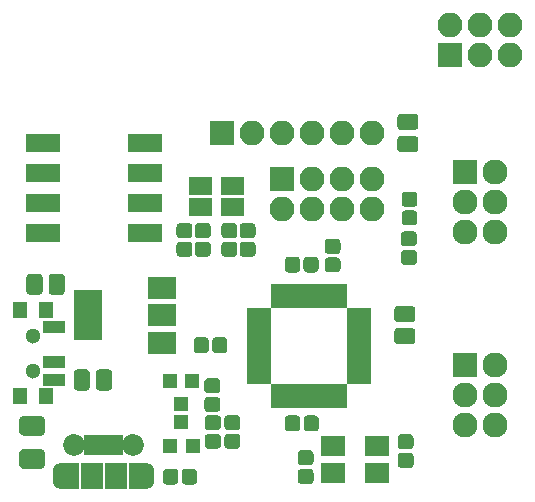
<source format=gbr>
G04 #@! TF.GenerationSoftware,KiCad,Pcbnew,(5.1.0-0)*
G04 #@! TF.CreationDate,2020-05-26T23:43:54-04:00*
G04 #@! TF.ProjectId,ROCKETasp_v3,524f434b-4554-4617-9370-5f76332e6b69,3.0*
G04 #@! TF.SameCoordinates,Original*
G04 #@! TF.FileFunction,Soldermask,Top*
G04 #@! TF.FilePolarity,Negative*
%FSLAX46Y46*%
G04 Gerber Fmt 4.6, Leading zero omitted, Abs format (unit mm)*
G04 Created by KiCad (PCBNEW (5.1.0-0)) date 2020-05-26 23:43:54*
%MOMM*%
%LPD*%
G04 APERTURE LIST*
%ADD10C,0.100000*%
%ADD11C,1.275000*%
%ADD12C,1.375000*%
%ADD13R,1.000000X1.600000*%
%ADD14R,1.200000X1.300000*%
%ADD15C,1.650000*%
%ADD16R,1.900000X2.300000*%
%ADD17C,1.850000*%
%ADD18R,0.800000X1.750000*%
%ADD19O,1.600000X2.300000*%
%ADD20R,1.600000X2.300000*%
%ADD21O,2.127200X2.127200*%
%ADD22R,2.127200X2.127200*%
%ADD23R,2.100000X2.100000*%
%ADD24O,2.100000X2.100000*%
%ADD25R,2.840000X1.520000*%
%ADD26C,1.300000*%
%ADD27R,1.900000X1.100000*%
%ADD28R,1.200000X1.400000*%
%ADD29R,0.950000X2.000000*%
%ADD30R,2.000000X0.950000*%
%ADD31R,2.400000X4.200000*%
%ADD32R,2.400000X1.900000*%
%ADD33R,2.000000X1.700000*%
G04 APERTURE END LIST*
D10*
G36*
X125330093Y-129348435D02*
G01*
X125361035Y-129353025D01*
X125391378Y-129360625D01*
X125420830Y-129371163D01*
X125449108Y-129384538D01*
X125475938Y-129400619D01*
X125501063Y-129419253D01*
X125524240Y-129440260D01*
X125545247Y-129463437D01*
X125563881Y-129488562D01*
X125579962Y-129515392D01*
X125593337Y-129543670D01*
X125603875Y-129573122D01*
X125611475Y-129603465D01*
X125616065Y-129634407D01*
X125617600Y-129665650D01*
X125617600Y-130303150D01*
X125616065Y-130334393D01*
X125611475Y-130365335D01*
X125603875Y-130395678D01*
X125593337Y-130425130D01*
X125579962Y-130453408D01*
X125563881Y-130480238D01*
X125545247Y-130505363D01*
X125524240Y-130528540D01*
X125501063Y-130549547D01*
X125475938Y-130568181D01*
X125449108Y-130584262D01*
X125420830Y-130597637D01*
X125391378Y-130608175D01*
X125361035Y-130615775D01*
X125330093Y-130620365D01*
X125298850Y-130621900D01*
X124586350Y-130621900D01*
X124555107Y-130620365D01*
X124524165Y-130615775D01*
X124493822Y-130608175D01*
X124464370Y-130597637D01*
X124436092Y-130584262D01*
X124409262Y-130568181D01*
X124384137Y-130549547D01*
X124360960Y-130528540D01*
X124339953Y-130505363D01*
X124321319Y-130480238D01*
X124305238Y-130453408D01*
X124291863Y-130425130D01*
X124281325Y-130395678D01*
X124273725Y-130365335D01*
X124269135Y-130334393D01*
X124267600Y-130303150D01*
X124267600Y-129665650D01*
X124269135Y-129634407D01*
X124273725Y-129603465D01*
X124281325Y-129573122D01*
X124291863Y-129543670D01*
X124305238Y-129515392D01*
X124321319Y-129488562D01*
X124339953Y-129463437D01*
X124360960Y-129440260D01*
X124384137Y-129419253D01*
X124409262Y-129400619D01*
X124436092Y-129384538D01*
X124464370Y-129371163D01*
X124493822Y-129360625D01*
X124524165Y-129353025D01*
X124555107Y-129348435D01*
X124586350Y-129346900D01*
X125298850Y-129346900D01*
X125330093Y-129348435D01*
X125330093Y-129348435D01*
G37*
D11*
X124942600Y-129984400D03*
D10*
G36*
X125330093Y-130923435D02*
G01*
X125361035Y-130928025D01*
X125391378Y-130935625D01*
X125420830Y-130946163D01*
X125449108Y-130959538D01*
X125475938Y-130975619D01*
X125501063Y-130994253D01*
X125524240Y-131015260D01*
X125545247Y-131038437D01*
X125563881Y-131063562D01*
X125579962Y-131090392D01*
X125593337Y-131118670D01*
X125603875Y-131148122D01*
X125611475Y-131178465D01*
X125616065Y-131209407D01*
X125617600Y-131240650D01*
X125617600Y-131878150D01*
X125616065Y-131909393D01*
X125611475Y-131940335D01*
X125603875Y-131970678D01*
X125593337Y-132000130D01*
X125579962Y-132028408D01*
X125563881Y-132055238D01*
X125545247Y-132080363D01*
X125524240Y-132103540D01*
X125501063Y-132124547D01*
X125475938Y-132143181D01*
X125449108Y-132159262D01*
X125420830Y-132172637D01*
X125391378Y-132183175D01*
X125361035Y-132190775D01*
X125330093Y-132195365D01*
X125298850Y-132196900D01*
X124586350Y-132196900D01*
X124555107Y-132195365D01*
X124524165Y-132190775D01*
X124493822Y-132183175D01*
X124464370Y-132172637D01*
X124436092Y-132159262D01*
X124409262Y-132143181D01*
X124384137Y-132124547D01*
X124360960Y-132103540D01*
X124339953Y-132080363D01*
X124321319Y-132055238D01*
X124305238Y-132028408D01*
X124291863Y-132000130D01*
X124281325Y-131970678D01*
X124273725Y-131940335D01*
X124269135Y-131909393D01*
X124267600Y-131878150D01*
X124267600Y-131240650D01*
X124269135Y-131209407D01*
X124273725Y-131178465D01*
X124281325Y-131148122D01*
X124291863Y-131118670D01*
X124305238Y-131090392D01*
X124321319Y-131063562D01*
X124339953Y-131038437D01*
X124360960Y-131015260D01*
X124384137Y-130994253D01*
X124409262Y-130975619D01*
X124436092Y-130959538D01*
X124464370Y-130946163D01*
X124493822Y-130935625D01*
X124524165Y-130928025D01*
X124555107Y-130923435D01*
X124586350Y-130921900D01*
X125298850Y-130921900D01*
X125330093Y-130923435D01*
X125330093Y-130923435D01*
G37*
D11*
X124942600Y-131559400D03*
D10*
G36*
X133800993Y-129564535D02*
G01*
X133831935Y-129569125D01*
X133862278Y-129576725D01*
X133891730Y-129587263D01*
X133920008Y-129600638D01*
X133946838Y-129616719D01*
X133971963Y-129635353D01*
X133995140Y-129656360D01*
X134016147Y-129679537D01*
X134034781Y-129704662D01*
X134050862Y-129731492D01*
X134064237Y-129759770D01*
X134074775Y-129789222D01*
X134082375Y-129819565D01*
X134086965Y-129850507D01*
X134088500Y-129881750D01*
X134088500Y-130519250D01*
X134086965Y-130550493D01*
X134082375Y-130581435D01*
X134074775Y-130611778D01*
X134064237Y-130641230D01*
X134050862Y-130669508D01*
X134034781Y-130696338D01*
X134016147Y-130721463D01*
X133995140Y-130744640D01*
X133971963Y-130765647D01*
X133946838Y-130784281D01*
X133920008Y-130800362D01*
X133891730Y-130813737D01*
X133862278Y-130824275D01*
X133831935Y-130831875D01*
X133800993Y-130836465D01*
X133769750Y-130838000D01*
X133057250Y-130838000D01*
X133026007Y-130836465D01*
X132995065Y-130831875D01*
X132964722Y-130824275D01*
X132935270Y-130813737D01*
X132906992Y-130800362D01*
X132880162Y-130784281D01*
X132855037Y-130765647D01*
X132831860Y-130744640D01*
X132810853Y-130721463D01*
X132792219Y-130696338D01*
X132776138Y-130669508D01*
X132762763Y-130641230D01*
X132752225Y-130611778D01*
X132744625Y-130581435D01*
X132740035Y-130550493D01*
X132738500Y-130519250D01*
X132738500Y-129881750D01*
X132740035Y-129850507D01*
X132744625Y-129819565D01*
X132752225Y-129789222D01*
X132762763Y-129759770D01*
X132776138Y-129731492D01*
X132792219Y-129704662D01*
X132810853Y-129679537D01*
X132831860Y-129656360D01*
X132855037Y-129635353D01*
X132880162Y-129616719D01*
X132906992Y-129600638D01*
X132935270Y-129587263D01*
X132964722Y-129576725D01*
X132995065Y-129569125D01*
X133026007Y-129564535D01*
X133057250Y-129563000D01*
X133769750Y-129563000D01*
X133800993Y-129564535D01*
X133800993Y-129564535D01*
G37*
D11*
X133413500Y-130200500D03*
D10*
G36*
X133800993Y-127989535D02*
G01*
X133831935Y-127994125D01*
X133862278Y-128001725D01*
X133891730Y-128012263D01*
X133920008Y-128025638D01*
X133946838Y-128041719D01*
X133971963Y-128060353D01*
X133995140Y-128081360D01*
X134016147Y-128104537D01*
X134034781Y-128129662D01*
X134050862Y-128156492D01*
X134064237Y-128184770D01*
X134074775Y-128214222D01*
X134082375Y-128244565D01*
X134086965Y-128275507D01*
X134088500Y-128306750D01*
X134088500Y-128944250D01*
X134086965Y-128975493D01*
X134082375Y-129006435D01*
X134074775Y-129036778D01*
X134064237Y-129066230D01*
X134050862Y-129094508D01*
X134034781Y-129121338D01*
X134016147Y-129146463D01*
X133995140Y-129169640D01*
X133971963Y-129190647D01*
X133946838Y-129209281D01*
X133920008Y-129225362D01*
X133891730Y-129238737D01*
X133862278Y-129249275D01*
X133831935Y-129256875D01*
X133800993Y-129261465D01*
X133769750Y-129263000D01*
X133057250Y-129263000D01*
X133026007Y-129261465D01*
X132995065Y-129256875D01*
X132964722Y-129249275D01*
X132935270Y-129238737D01*
X132906992Y-129225362D01*
X132880162Y-129209281D01*
X132855037Y-129190647D01*
X132831860Y-129169640D01*
X132810853Y-129146463D01*
X132792219Y-129121338D01*
X132776138Y-129094508D01*
X132762763Y-129066230D01*
X132752225Y-129036778D01*
X132744625Y-129006435D01*
X132740035Y-128975493D01*
X132738500Y-128944250D01*
X132738500Y-128306750D01*
X132740035Y-128275507D01*
X132744625Y-128244565D01*
X132752225Y-128214222D01*
X132762763Y-128184770D01*
X132776138Y-128156492D01*
X132792219Y-128129662D01*
X132810853Y-128104537D01*
X132831860Y-128081360D01*
X132855037Y-128060353D01*
X132880162Y-128041719D01*
X132906992Y-128025638D01*
X132935270Y-128012263D01*
X132964722Y-128001725D01*
X132995065Y-127994125D01*
X133026007Y-127989535D01*
X133057250Y-127988000D01*
X133769750Y-127988000D01*
X133800993Y-127989535D01*
X133800993Y-127989535D01*
G37*
D11*
X133413500Y-128625500D03*
D10*
G36*
X124195213Y-126400195D02*
G01*
X124226155Y-126404785D01*
X124256498Y-126412385D01*
X124285950Y-126422923D01*
X124314228Y-126436298D01*
X124341058Y-126452379D01*
X124366183Y-126471013D01*
X124389360Y-126492020D01*
X124410367Y-126515197D01*
X124429001Y-126540322D01*
X124445082Y-126567152D01*
X124458457Y-126595430D01*
X124468995Y-126624882D01*
X124476595Y-126655225D01*
X124481185Y-126686167D01*
X124482720Y-126717410D01*
X124482720Y-127429910D01*
X124481185Y-127461153D01*
X124476595Y-127492095D01*
X124468995Y-127522438D01*
X124458457Y-127551890D01*
X124445082Y-127580168D01*
X124429001Y-127606998D01*
X124410367Y-127632123D01*
X124389360Y-127655300D01*
X124366183Y-127676307D01*
X124341058Y-127694941D01*
X124314228Y-127711022D01*
X124285950Y-127724397D01*
X124256498Y-127734935D01*
X124226155Y-127742535D01*
X124195213Y-127747125D01*
X124163970Y-127748660D01*
X123526470Y-127748660D01*
X123495227Y-127747125D01*
X123464285Y-127742535D01*
X123433942Y-127734935D01*
X123404490Y-127724397D01*
X123376212Y-127711022D01*
X123349382Y-127694941D01*
X123324257Y-127676307D01*
X123301080Y-127655300D01*
X123280073Y-127632123D01*
X123261439Y-127606998D01*
X123245358Y-127580168D01*
X123231983Y-127551890D01*
X123221445Y-127522438D01*
X123213845Y-127492095D01*
X123209255Y-127461153D01*
X123207720Y-127429910D01*
X123207720Y-126717410D01*
X123209255Y-126686167D01*
X123213845Y-126655225D01*
X123221445Y-126624882D01*
X123231983Y-126595430D01*
X123245358Y-126567152D01*
X123261439Y-126540322D01*
X123280073Y-126515197D01*
X123301080Y-126492020D01*
X123324257Y-126471013D01*
X123349382Y-126452379D01*
X123376212Y-126436298D01*
X123404490Y-126422923D01*
X123433942Y-126412385D01*
X123464285Y-126404785D01*
X123495227Y-126400195D01*
X123526470Y-126398660D01*
X124163970Y-126398660D01*
X124195213Y-126400195D01*
X124195213Y-126400195D01*
G37*
D11*
X123845220Y-127073660D03*
D10*
G36*
X125770213Y-126400195D02*
G01*
X125801155Y-126404785D01*
X125831498Y-126412385D01*
X125860950Y-126422923D01*
X125889228Y-126436298D01*
X125916058Y-126452379D01*
X125941183Y-126471013D01*
X125964360Y-126492020D01*
X125985367Y-126515197D01*
X126004001Y-126540322D01*
X126020082Y-126567152D01*
X126033457Y-126595430D01*
X126043995Y-126624882D01*
X126051595Y-126655225D01*
X126056185Y-126686167D01*
X126057720Y-126717410D01*
X126057720Y-127429910D01*
X126056185Y-127461153D01*
X126051595Y-127492095D01*
X126043995Y-127522438D01*
X126033457Y-127551890D01*
X126020082Y-127580168D01*
X126004001Y-127606998D01*
X125985367Y-127632123D01*
X125964360Y-127655300D01*
X125941183Y-127676307D01*
X125916058Y-127694941D01*
X125889228Y-127711022D01*
X125860950Y-127724397D01*
X125831498Y-127734935D01*
X125801155Y-127742535D01*
X125770213Y-127747125D01*
X125738970Y-127748660D01*
X125101470Y-127748660D01*
X125070227Y-127747125D01*
X125039285Y-127742535D01*
X125008942Y-127734935D01*
X124979490Y-127724397D01*
X124951212Y-127711022D01*
X124924382Y-127694941D01*
X124899257Y-127676307D01*
X124876080Y-127655300D01*
X124855073Y-127632123D01*
X124836439Y-127606998D01*
X124820358Y-127580168D01*
X124806983Y-127551890D01*
X124796445Y-127522438D01*
X124788845Y-127492095D01*
X124784255Y-127461153D01*
X124782720Y-127429910D01*
X124782720Y-126717410D01*
X124784255Y-126686167D01*
X124788845Y-126655225D01*
X124796445Y-126624882D01*
X124806983Y-126595430D01*
X124820358Y-126567152D01*
X124836439Y-126540322D01*
X124855073Y-126515197D01*
X124876080Y-126492020D01*
X124899257Y-126471013D01*
X124924382Y-126452379D01*
X124951212Y-126436298D01*
X124979490Y-126422923D01*
X125008942Y-126412385D01*
X125039285Y-126404785D01*
X125070227Y-126400195D01*
X125101470Y-126398660D01*
X125738970Y-126398660D01*
X125770213Y-126400195D01*
X125770213Y-126400195D01*
G37*
D11*
X125420220Y-127073660D03*
D10*
G36*
X127616093Y-111441435D02*
G01*
X127647035Y-111446025D01*
X127677378Y-111453625D01*
X127706830Y-111464163D01*
X127735108Y-111477538D01*
X127761938Y-111493619D01*
X127787063Y-111512253D01*
X127810240Y-111533260D01*
X127831247Y-111556437D01*
X127849881Y-111581562D01*
X127865962Y-111608392D01*
X127879337Y-111636670D01*
X127889875Y-111666122D01*
X127897475Y-111696465D01*
X127902065Y-111727407D01*
X127903600Y-111758650D01*
X127903600Y-112396150D01*
X127902065Y-112427393D01*
X127897475Y-112458335D01*
X127889875Y-112488678D01*
X127879337Y-112518130D01*
X127865962Y-112546408D01*
X127849881Y-112573238D01*
X127831247Y-112598363D01*
X127810240Y-112621540D01*
X127787063Y-112642547D01*
X127761938Y-112661181D01*
X127735108Y-112677262D01*
X127706830Y-112690637D01*
X127677378Y-112701175D01*
X127647035Y-112708775D01*
X127616093Y-112713365D01*
X127584850Y-112714900D01*
X126872350Y-112714900D01*
X126841107Y-112713365D01*
X126810165Y-112708775D01*
X126779822Y-112701175D01*
X126750370Y-112690637D01*
X126722092Y-112677262D01*
X126695262Y-112661181D01*
X126670137Y-112642547D01*
X126646960Y-112621540D01*
X126625953Y-112598363D01*
X126607319Y-112573238D01*
X126591238Y-112546408D01*
X126577863Y-112518130D01*
X126567325Y-112488678D01*
X126559725Y-112458335D01*
X126555135Y-112427393D01*
X126553600Y-112396150D01*
X126553600Y-111758650D01*
X126555135Y-111727407D01*
X126559725Y-111696465D01*
X126567325Y-111666122D01*
X126577863Y-111636670D01*
X126591238Y-111608392D01*
X126607319Y-111581562D01*
X126625953Y-111556437D01*
X126646960Y-111533260D01*
X126670137Y-111512253D01*
X126695262Y-111493619D01*
X126722092Y-111477538D01*
X126750370Y-111464163D01*
X126779822Y-111453625D01*
X126810165Y-111446025D01*
X126841107Y-111441435D01*
X126872350Y-111439900D01*
X127584850Y-111439900D01*
X127616093Y-111441435D01*
X127616093Y-111441435D01*
G37*
D11*
X127228600Y-112077400D03*
D10*
G36*
X127616093Y-113016435D02*
G01*
X127647035Y-113021025D01*
X127677378Y-113028625D01*
X127706830Y-113039163D01*
X127735108Y-113052538D01*
X127761938Y-113068619D01*
X127787063Y-113087253D01*
X127810240Y-113108260D01*
X127831247Y-113131437D01*
X127849881Y-113156562D01*
X127865962Y-113183392D01*
X127879337Y-113211670D01*
X127889875Y-113241122D01*
X127897475Y-113271465D01*
X127902065Y-113302407D01*
X127903600Y-113333650D01*
X127903600Y-113971150D01*
X127902065Y-114002393D01*
X127897475Y-114033335D01*
X127889875Y-114063678D01*
X127879337Y-114093130D01*
X127865962Y-114121408D01*
X127849881Y-114148238D01*
X127831247Y-114173363D01*
X127810240Y-114196540D01*
X127787063Y-114217547D01*
X127761938Y-114236181D01*
X127735108Y-114252262D01*
X127706830Y-114265637D01*
X127677378Y-114276175D01*
X127647035Y-114283775D01*
X127616093Y-114288365D01*
X127584850Y-114289900D01*
X126872350Y-114289900D01*
X126841107Y-114288365D01*
X126810165Y-114283775D01*
X126779822Y-114276175D01*
X126750370Y-114265637D01*
X126722092Y-114252262D01*
X126695262Y-114236181D01*
X126670137Y-114217547D01*
X126646960Y-114196540D01*
X126625953Y-114173363D01*
X126607319Y-114148238D01*
X126591238Y-114121408D01*
X126577863Y-114093130D01*
X126567325Y-114063678D01*
X126559725Y-114033335D01*
X126555135Y-114002393D01*
X126553600Y-113971150D01*
X126553600Y-113333650D01*
X126555135Y-113302407D01*
X126559725Y-113271465D01*
X126567325Y-113241122D01*
X126577863Y-113211670D01*
X126591238Y-113183392D01*
X126607319Y-113156562D01*
X126625953Y-113131437D01*
X126646960Y-113108260D01*
X126670137Y-113087253D01*
X126695262Y-113068619D01*
X126722092Y-113052538D01*
X126750370Y-113039163D01*
X126779822Y-113028625D01*
X126810165Y-113021025D01*
X126841107Y-113016435D01*
X126872350Y-113014900D01*
X127584850Y-113014900D01*
X127616093Y-113016435D01*
X127616093Y-113016435D01*
G37*
D11*
X127228600Y-113652400D03*
D10*
G36*
X134193943Y-102727955D02*
G01*
X134227312Y-102732905D01*
X134260035Y-102741102D01*
X134291797Y-102752466D01*
X134322293Y-102766890D01*
X134351227Y-102784232D01*
X134378323Y-102804328D01*
X134403318Y-102826982D01*
X134425972Y-102851977D01*
X134446068Y-102879073D01*
X134463410Y-102908007D01*
X134477834Y-102938503D01*
X134489198Y-102970265D01*
X134497395Y-103002988D01*
X134502345Y-103036357D01*
X134504000Y-103070050D01*
X134504000Y-103757550D01*
X134502345Y-103791243D01*
X134497395Y-103824612D01*
X134489198Y-103857335D01*
X134477834Y-103889097D01*
X134463410Y-103919593D01*
X134446068Y-103948527D01*
X134425972Y-103975623D01*
X134403318Y-104000618D01*
X134378323Y-104023272D01*
X134351227Y-104043368D01*
X134322293Y-104060710D01*
X134291797Y-104075134D01*
X134260035Y-104086498D01*
X134227312Y-104094695D01*
X134193943Y-104099645D01*
X134160250Y-104101300D01*
X133047750Y-104101300D01*
X133014057Y-104099645D01*
X132980688Y-104094695D01*
X132947965Y-104086498D01*
X132916203Y-104075134D01*
X132885707Y-104060710D01*
X132856773Y-104043368D01*
X132829677Y-104023272D01*
X132804682Y-104000618D01*
X132782028Y-103975623D01*
X132761932Y-103948527D01*
X132744590Y-103919593D01*
X132730166Y-103889097D01*
X132718802Y-103857335D01*
X132710605Y-103824612D01*
X132705655Y-103791243D01*
X132704000Y-103757550D01*
X132704000Y-103070050D01*
X132705655Y-103036357D01*
X132710605Y-103002988D01*
X132718802Y-102970265D01*
X132730166Y-102938503D01*
X132744590Y-102908007D01*
X132761932Y-102879073D01*
X132782028Y-102851977D01*
X132804682Y-102826982D01*
X132829677Y-102804328D01*
X132856773Y-102784232D01*
X132885707Y-102766890D01*
X132916203Y-102752466D01*
X132947965Y-102741102D01*
X132980688Y-102732905D01*
X133014057Y-102727955D01*
X133047750Y-102726300D01*
X134160250Y-102726300D01*
X134193943Y-102727955D01*
X134193943Y-102727955D01*
G37*
D12*
X133604000Y-103413800D03*
D10*
G36*
X134193943Y-100852955D02*
G01*
X134227312Y-100857905D01*
X134260035Y-100866102D01*
X134291797Y-100877466D01*
X134322293Y-100891890D01*
X134351227Y-100909232D01*
X134378323Y-100929328D01*
X134403318Y-100951982D01*
X134425972Y-100976977D01*
X134446068Y-101004073D01*
X134463410Y-101033007D01*
X134477834Y-101063503D01*
X134489198Y-101095265D01*
X134497395Y-101127988D01*
X134502345Y-101161357D01*
X134504000Y-101195050D01*
X134504000Y-101882550D01*
X134502345Y-101916243D01*
X134497395Y-101949612D01*
X134489198Y-101982335D01*
X134477834Y-102014097D01*
X134463410Y-102044593D01*
X134446068Y-102073527D01*
X134425972Y-102100623D01*
X134403318Y-102125618D01*
X134378323Y-102148272D01*
X134351227Y-102168368D01*
X134322293Y-102185710D01*
X134291797Y-102200134D01*
X134260035Y-102211498D01*
X134227312Y-102219695D01*
X134193943Y-102224645D01*
X134160250Y-102226300D01*
X133047750Y-102226300D01*
X133014057Y-102224645D01*
X132980688Y-102219695D01*
X132947965Y-102211498D01*
X132916203Y-102200134D01*
X132885707Y-102185710D01*
X132856773Y-102168368D01*
X132829677Y-102148272D01*
X132804682Y-102125618D01*
X132782028Y-102100623D01*
X132761932Y-102073527D01*
X132744590Y-102044593D01*
X132730166Y-102014097D01*
X132718802Y-101982335D01*
X132710605Y-101949612D01*
X132705655Y-101916243D01*
X132704000Y-101882550D01*
X132704000Y-101195050D01*
X132705655Y-101161357D01*
X132710605Y-101127988D01*
X132718802Y-101095265D01*
X132730166Y-101063503D01*
X132744590Y-101033007D01*
X132761932Y-101004073D01*
X132782028Y-100976977D01*
X132804682Y-100951982D01*
X132829677Y-100929328D01*
X132856773Y-100909232D01*
X132885707Y-100891890D01*
X132916203Y-100877466D01*
X132947965Y-100866102D01*
X132980688Y-100857905D01*
X133014057Y-100852955D01*
X133047750Y-100851300D01*
X134160250Y-100851300D01*
X134193943Y-100852955D01*
X134193943Y-100852955D01*
G37*
D12*
X133604000Y-101538800D03*
D10*
G36*
X124182513Y-112948355D02*
G01*
X124213455Y-112952945D01*
X124243798Y-112960545D01*
X124273250Y-112971083D01*
X124301528Y-112984458D01*
X124328358Y-113000539D01*
X124353483Y-113019173D01*
X124376660Y-113040180D01*
X124397667Y-113063357D01*
X124416301Y-113088482D01*
X124432382Y-113115312D01*
X124445757Y-113143590D01*
X124456295Y-113173042D01*
X124463895Y-113203385D01*
X124468485Y-113234327D01*
X124470020Y-113265570D01*
X124470020Y-113978070D01*
X124468485Y-114009313D01*
X124463895Y-114040255D01*
X124456295Y-114070598D01*
X124445757Y-114100050D01*
X124432382Y-114128328D01*
X124416301Y-114155158D01*
X124397667Y-114180283D01*
X124376660Y-114203460D01*
X124353483Y-114224467D01*
X124328358Y-114243101D01*
X124301528Y-114259182D01*
X124273250Y-114272557D01*
X124243798Y-114283095D01*
X124213455Y-114290695D01*
X124182513Y-114295285D01*
X124151270Y-114296820D01*
X123513770Y-114296820D01*
X123482527Y-114295285D01*
X123451585Y-114290695D01*
X123421242Y-114283095D01*
X123391790Y-114272557D01*
X123363512Y-114259182D01*
X123336682Y-114243101D01*
X123311557Y-114224467D01*
X123288380Y-114203460D01*
X123267373Y-114180283D01*
X123248739Y-114155158D01*
X123232658Y-114128328D01*
X123219283Y-114100050D01*
X123208745Y-114070598D01*
X123201145Y-114040255D01*
X123196555Y-114009313D01*
X123195020Y-113978070D01*
X123195020Y-113265570D01*
X123196555Y-113234327D01*
X123201145Y-113203385D01*
X123208745Y-113173042D01*
X123219283Y-113143590D01*
X123232658Y-113115312D01*
X123248739Y-113088482D01*
X123267373Y-113063357D01*
X123288380Y-113040180D01*
X123311557Y-113019173D01*
X123336682Y-113000539D01*
X123363512Y-112984458D01*
X123391790Y-112971083D01*
X123421242Y-112960545D01*
X123451585Y-112952945D01*
X123482527Y-112948355D01*
X123513770Y-112946820D01*
X124151270Y-112946820D01*
X124182513Y-112948355D01*
X124182513Y-112948355D01*
G37*
D11*
X123832520Y-113621820D03*
D10*
G36*
X125757513Y-112948355D02*
G01*
X125788455Y-112952945D01*
X125818798Y-112960545D01*
X125848250Y-112971083D01*
X125876528Y-112984458D01*
X125903358Y-113000539D01*
X125928483Y-113019173D01*
X125951660Y-113040180D01*
X125972667Y-113063357D01*
X125991301Y-113088482D01*
X126007382Y-113115312D01*
X126020757Y-113143590D01*
X126031295Y-113173042D01*
X126038895Y-113203385D01*
X126043485Y-113234327D01*
X126045020Y-113265570D01*
X126045020Y-113978070D01*
X126043485Y-114009313D01*
X126038895Y-114040255D01*
X126031295Y-114070598D01*
X126020757Y-114100050D01*
X126007382Y-114128328D01*
X125991301Y-114155158D01*
X125972667Y-114180283D01*
X125951660Y-114203460D01*
X125928483Y-114224467D01*
X125903358Y-114243101D01*
X125876528Y-114259182D01*
X125848250Y-114272557D01*
X125818798Y-114283095D01*
X125788455Y-114290695D01*
X125757513Y-114295285D01*
X125726270Y-114296820D01*
X125088770Y-114296820D01*
X125057527Y-114295285D01*
X125026585Y-114290695D01*
X124996242Y-114283095D01*
X124966790Y-114272557D01*
X124938512Y-114259182D01*
X124911682Y-114243101D01*
X124886557Y-114224467D01*
X124863380Y-114203460D01*
X124842373Y-114180283D01*
X124823739Y-114155158D01*
X124807658Y-114128328D01*
X124794283Y-114100050D01*
X124783745Y-114070598D01*
X124776145Y-114040255D01*
X124771555Y-114009313D01*
X124770020Y-113978070D01*
X124770020Y-113265570D01*
X124771555Y-113234327D01*
X124776145Y-113203385D01*
X124783745Y-113173042D01*
X124794283Y-113143590D01*
X124807658Y-113115312D01*
X124823739Y-113088482D01*
X124842373Y-113063357D01*
X124863380Y-113040180D01*
X124886557Y-113019173D01*
X124911682Y-113000539D01*
X124938512Y-112984458D01*
X124966790Y-112971083D01*
X124996242Y-112960545D01*
X125026585Y-112952945D01*
X125057527Y-112948355D01*
X125088770Y-112946820D01*
X125726270Y-112946820D01*
X125757513Y-112948355D01*
X125757513Y-112948355D01*
G37*
D11*
X125407520Y-113621820D03*
D10*
G36*
X108248943Y-122494855D02*
G01*
X108282312Y-122499805D01*
X108315035Y-122508002D01*
X108346797Y-122519366D01*
X108377293Y-122533790D01*
X108406227Y-122551132D01*
X108433323Y-122571228D01*
X108458318Y-122593882D01*
X108480972Y-122618877D01*
X108501068Y-122645973D01*
X108518410Y-122674907D01*
X108532834Y-122705403D01*
X108544198Y-122737165D01*
X108552395Y-122769888D01*
X108557345Y-122803257D01*
X108559000Y-122836950D01*
X108559000Y-123949450D01*
X108557345Y-123983143D01*
X108552395Y-124016512D01*
X108544198Y-124049235D01*
X108532834Y-124080997D01*
X108518410Y-124111493D01*
X108501068Y-124140427D01*
X108480972Y-124167523D01*
X108458318Y-124192518D01*
X108433323Y-124215172D01*
X108406227Y-124235268D01*
X108377293Y-124252610D01*
X108346797Y-124267034D01*
X108315035Y-124278398D01*
X108282312Y-124286595D01*
X108248943Y-124291545D01*
X108215250Y-124293200D01*
X107527750Y-124293200D01*
X107494057Y-124291545D01*
X107460688Y-124286595D01*
X107427965Y-124278398D01*
X107396203Y-124267034D01*
X107365707Y-124252610D01*
X107336773Y-124235268D01*
X107309677Y-124215172D01*
X107284682Y-124192518D01*
X107262028Y-124167523D01*
X107241932Y-124140427D01*
X107224590Y-124111493D01*
X107210166Y-124080997D01*
X107198802Y-124049235D01*
X107190605Y-124016512D01*
X107185655Y-123983143D01*
X107184000Y-123949450D01*
X107184000Y-122836950D01*
X107185655Y-122803257D01*
X107190605Y-122769888D01*
X107198802Y-122737165D01*
X107210166Y-122705403D01*
X107224590Y-122674907D01*
X107241932Y-122645973D01*
X107262028Y-122618877D01*
X107284682Y-122593882D01*
X107309677Y-122571228D01*
X107336773Y-122551132D01*
X107365707Y-122533790D01*
X107396203Y-122519366D01*
X107427965Y-122508002D01*
X107460688Y-122499805D01*
X107494057Y-122494855D01*
X107527750Y-122493200D01*
X108215250Y-122493200D01*
X108248943Y-122494855D01*
X108248943Y-122494855D01*
G37*
D12*
X107871500Y-123393200D03*
D10*
G36*
X106373943Y-122494855D02*
G01*
X106407312Y-122499805D01*
X106440035Y-122508002D01*
X106471797Y-122519366D01*
X106502293Y-122533790D01*
X106531227Y-122551132D01*
X106558323Y-122571228D01*
X106583318Y-122593882D01*
X106605972Y-122618877D01*
X106626068Y-122645973D01*
X106643410Y-122674907D01*
X106657834Y-122705403D01*
X106669198Y-122737165D01*
X106677395Y-122769888D01*
X106682345Y-122803257D01*
X106684000Y-122836950D01*
X106684000Y-123949450D01*
X106682345Y-123983143D01*
X106677395Y-124016512D01*
X106669198Y-124049235D01*
X106657834Y-124080997D01*
X106643410Y-124111493D01*
X106626068Y-124140427D01*
X106605972Y-124167523D01*
X106583318Y-124192518D01*
X106558323Y-124215172D01*
X106531227Y-124235268D01*
X106502293Y-124252610D01*
X106471797Y-124267034D01*
X106440035Y-124278398D01*
X106407312Y-124286595D01*
X106373943Y-124291545D01*
X106340250Y-124293200D01*
X105652750Y-124293200D01*
X105619057Y-124291545D01*
X105585688Y-124286595D01*
X105552965Y-124278398D01*
X105521203Y-124267034D01*
X105490707Y-124252610D01*
X105461773Y-124235268D01*
X105434677Y-124215172D01*
X105409682Y-124192518D01*
X105387028Y-124167523D01*
X105366932Y-124140427D01*
X105349590Y-124111493D01*
X105335166Y-124080997D01*
X105323802Y-124049235D01*
X105315605Y-124016512D01*
X105310655Y-123983143D01*
X105309000Y-123949450D01*
X105309000Y-122836950D01*
X105310655Y-122803257D01*
X105315605Y-122769888D01*
X105323802Y-122737165D01*
X105335166Y-122705403D01*
X105349590Y-122674907D01*
X105366932Y-122645973D01*
X105387028Y-122618877D01*
X105409682Y-122593882D01*
X105434677Y-122571228D01*
X105461773Y-122551132D01*
X105490707Y-122533790D01*
X105521203Y-122519366D01*
X105552965Y-122508002D01*
X105585688Y-122499805D01*
X105619057Y-122494855D01*
X105652750Y-122493200D01*
X106340250Y-122493200D01*
X106373943Y-122494855D01*
X106373943Y-122494855D01*
G37*
D12*
X105996500Y-123393200D03*
D10*
G36*
X104248443Y-114392255D02*
G01*
X104281812Y-114397205D01*
X104314535Y-114405402D01*
X104346297Y-114416766D01*
X104376793Y-114431190D01*
X104405727Y-114448532D01*
X104432823Y-114468628D01*
X104457818Y-114491282D01*
X104480472Y-114516277D01*
X104500568Y-114543373D01*
X104517910Y-114572307D01*
X104532334Y-114602803D01*
X104543698Y-114634565D01*
X104551895Y-114667288D01*
X104556845Y-114700657D01*
X104558500Y-114734350D01*
X104558500Y-115846850D01*
X104556845Y-115880543D01*
X104551895Y-115913912D01*
X104543698Y-115946635D01*
X104532334Y-115978397D01*
X104517910Y-116008893D01*
X104500568Y-116037827D01*
X104480472Y-116064923D01*
X104457818Y-116089918D01*
X104432823Y-116112572D01*
X104405727Y-116132668D01*
X104376793Y-116150010D01*
X104346297Y-116164434D01*
X104314535Y-116175798D01*
X104281812Y-116183995D01*
X104248443Y-116188945D01*
X104214750Y-116190600D01*
X103527250Y-116190600D01*
X103493557Y-116188945D01*
X103460188Y-116183995D01*
X103427465Y-116175798D01*
X103395703Y-116164434D01*
X103365207Y-116150010D01*
X103336273Y-116132668D01*
X103309177Y-116112572D01*
X103284182Y-116089918D01*
X103261528Y-116064923D01*
X103241432Y-116037827D01*
X103224090Y-116008893D01*
X103209666Y-115978397D01*
X103198302Y-115946635D01*
X103190105Y-115913912D01*
X103185155Y-115880543D01*
X103183500Y-115846850D01*
X103183500Y-114734350D01*
X103185155Y-114700657D01*
X103190105Y-114667288D01*
X103198302Y-114634565D01*
X103209666Y-114602803D01*
X103224090Y-114572307D01*
X103241432Y-114543373D01*
X103261528Y-114516277D01*
X103284182Y-114491282D01*
X103309177Y-114468628D01*
X103336273Y-114448532D01*
X103365207Y-114431190D01*
X103395703Y-114416766D01*
X103427465Y-114405402D01*
X103460188Y-114397205D01*
X103493557Y-114392255D01*
X103527250Y-114390600D01*
X104214750Y-114390600D01*
X104248443Y-114392255D01*
X104248443Y-114392255D01*
G37*
D12*
X103871000Y-115290600D03*
D10*
G36*
X102373443Y-114392255D02*
G01*
X102406812Y-114397205D01*
X102439535Y-114405402D01*
X102471297Y-114416766D01*
X102501793Y-114431190D01*
X102530727Y-114448532D01*
X102557823Y-114468628D01*
X102582818Y-114491282D01*
X102605472Y-114516277D01*
X102625568Y-114543373D01*
X102642910Y-114572307D01*
X102657334Y-114602803D01*
X102668698Y-114634565D01*
X102676895Y-114667288D01*
X102681845Y-114700657D01*
X102683500Y-114734350D01*
X102683500Y-115846850D01*
X102681845Y-115880543D01*
X102676895Y-115913912D01*
X102668698Y-115946635D01*
X102657334Y-115978397D01*
X102642910Y-116008893D01*
X102625568Y-116037827D01*
X102605472Y-116064923D01*
X102582818Y-116089918D01*
X102557823Y-116112572D01*
X102530727Y-116132668D01*
X102501793Y-116150010D01*
X102471297Y-116164434D01*
X102439535Y-116175798D01*
X102406812Y-116183995D01*
X102373443Y-116188945D01*
X102339750Y-116190600D01*
X101652250Y-116190600D01*
X101618557Y-116188945D01*
X101585188Y-116183995D01*
X101552465Y-116175798D01*
X101520703Y-116164434D01*
X101490207Y-116150010D01*
X101461273Y-116132668D01*
X101434177Y-116112572D01*
X101409182Y-116089918D01*
X101386528Y-116064923D01*
X101366432Y-116037827D01*
X101349090Y-116008893D01*
X101334666Y-115978397D01*
X101323302Y-115946635D01*
X101315105Y-115913912D01*
X101310155Y-115880543D01*
X101308500Y-115846850D01*
X101308500Y-114734350D01*
X101310155Y-114700657D01*
X101315105Y-114667288D01*
X101323302Y-114634565D01*
X101334666Y-114602803D01*
X101349090Y-114572307D01*
X101366432Y-114543373D01*
X101386528Y-114516277D01*
X101409182Y-114491282D01*
X101434177Y-114468628D01*
X101461273Y-114448532D01*
X101490207Y-114431190D01*
X101520703Y-114416766D01*
X101552465Y-114405402D01*
X101585188Y-114397205D01*
X101618557Y-114392255D01*
X101652250Y-114390600D01*
X102339750Y-114390600D01*
X102373443Y-114392255D01*
X102373443Y-114392255D01*
G37*
D12*
X101996000Y-115290600D03*
D10*
G36*
X133939943Y-117121655D02*
G01*
X133973312Y-117126605D01*
X134006035Y-117134802D01*
X134037797Y-117146166D01*
X134068293Y-117160590D01*
X134097227Y-117177932D01*
X134124323Y-117198028D01*
X134149318Y-117220682D01*
X134171972Y-117245677D01*
X134192068Y-117272773D01*
X134209410Y-117301707D01*
X134223834Y-117332203D01*
X134235198Y-117363965D01*
X134243395Y-117396688D01*
X134248345Y-117430057D01*
X134250000Y-117463750D01*
X134250000Y-118151250D01*
X134248345Y-118184943D01*
X134243395Y-118218312D01*
X134235198Y-118251035D01*
X134223834Y-118282797D01*
X134209410Y-118313293D01*
X134192068Y-118342227D01*
X134171972Y-118369323D01*
X134149318Y-118394318D01*
X134124323Y-118416972D01*
X134097227Y-118437068D01*
X134068293Y-118454410D01*
X134037797Y-118468834D01*
X134006035Y-118480198D01*
X133973312Y-118488395D01*
X133939943Y-118493345D01*
X133906250Y-118495000D01*
X132793750Y-118495000D01*
X132760057Y-118493345D01*
X132726688Y-118488395D01*
X132693965Y-118480198D01*
X132662203Y-118468834D01*
X132631707Y-118454410D01*
X132602773Y-118437068D01*
X132575677Y-118416972D01*
X132550682Y-118394318D01*
X132528028Y-118369323D01*
X132507932Y-118342227D01*
X132490590Y-118313293D01*
X132476166Y-118282797D01*
X132464802Y-118251035D01*
X132456605Y-118218312D01*
X132451655Y-118184943D01*
X132450000Y-118151250D01*
X132450000Y-117463750D01*
X132451655Y-117430057D01*
X132456605Y-117396688D01*
X132464802Y-117363965D01*
X132476166Y-117332203D01*
X132490590Y-117301707D01*
X132507932Y-117272773D01*
X132528028Y-117245677D01*
X132550682Y-117220682D01*
X132575677Y-117198028D01*
X132602773Y-117177932D01*
X132631707Y-117160590D01*
X132662203Y-117146166D01*
X132693965Y-117134802D01*
X132726688Y-117126605D01*
X132760057Y-117121655D01*
X132793750Y-117120000D01*
X133906250Y-117120000D01*
X133939943Y-117121655D01*
X133939943Y-117121655D01*
G37*
D12*
X133350000Y-117807500D03*
D10*
G36*
X133939943Y-118996655D02*
G01*
X133973312Y-119001605D01*
X134006035Y-119009802D01*
X134037797Y-119021166D01*
X134068293Y-119035590D01*
X134097227Y-119052932D01*
X134124323Y-119073028D01*
X134149318Y-119095682D01*
X134171972Y-119120677D01*
X134192068Y-119147773D01*
X134209410Y-119176707D01*
X134223834Y-119207203D01*
X134235198Y-119238965D01*
X134243395Y-119271688D01*
X134248345Y-119305057D01*
X134250000Y-119338750D01*
X134250000Y-120026250D01*
X134248345Y-120059943D01*
X134243395Y-120093312D01*
X134235198Y-120126035D01*
X134223834Y-120157797D01*
X134209410Y-120188293D01*
X134192068Y-120217227D01*
X134171972Y-120244323D01*
X134149318Y-120269318D01*
X134124323Y-120291972D01*
X134097227Y-120312068D01*
X134068293Y-120329410D01*
X134037797Y-120343834D01*
X134006035Y-120355198D01*
X133973312Y-120363395D01*
X133939943Y-120368345D01*
X133906250Y-120370000D01*
X132793750Y-120370000D01*
X132760057Y-120368345D01*
X132726688Y-120363395D01*
X132693965Y-120355198D01*
X132662203Y-120343834D01*
X132631707Y-120329410D01*
X132602773Y-120312068D01*
X132575677Y-120291972D01*
X132550682Y-120269318D01*
X132528028Y-120244323D01*
X132507932Y-120217227D01*
X132490590Y-120188293D01*
X132476166Y-120157797D01*
X132464802Y-120126035D01*
X132456605Y-120093312D01*
X132451655Y-120059943D01*
X132450000Y-120026250D01*
X132450000Y-119338750D01*
X132451655Y-119305057D01*
X132456605Y-119271688D01*
X132464802Y-119238965D01*
X132476166Y-119207203D01*
X132490590Y-119176707D01*
X132507932Y-119147773D01*
X132528028Y-119120677D01*
X132550682Y-119095682D01*
X132575677Y-119073028D01*
X132602773Y-119052932D01*
X132631707Y-119035590D01*
X132662203Y-119021166D01*
X132693965Y-119009802D01*
X132726688Y-119001605D01*
X132760057Y-118996655D01*
X132793750Y-118995000D01*
X133906250Y-118995000D01*
X133939943Y-118996655D01*
X133939943Y-118996655D01*
G37*
D12*
X133350000Y-119682500D03*
D13*
X119204760Y-108778880D03*
X119204760Y-106978880D03*
X118254760Y-106978880D03*
X118254760Y-108778880D03*
X115562360Y-108778880D03*
X115562360Y-106978880D03*
X116512360Y-106978880D03*
X116512360Y-108778880D03*
D14*
X114427000Y-126990600D03*
X115377000Y-128990600D03*
X113477000Y-128990600D03*
X115364300Y-123460000D03*
X113464300Y-123460000D03*
X114414300Y-125460000D03*
D10*
G36*
X102567846Y-126452989D02*
G01*
X102599880Y-126457741D01*
X102631294Y-126465610D01*
X102661786Y-126476520D01*
X102691061Y-126490366D01*
X102718838Y-126507015D01*
X102744850Y-126526307D01*
X102768845Y-126548055D01*
X102790593Y-126572050D01*
X102809885Y-126598062D01*
X102826534Y-126625839D01*
X102840380Y-126655114D01*
X102851290Y-126685606D01*
X102859159Y-126717020D01*
X102863911Y-126749054D01*
X102865500Y-126781400D01*
X102865500Y-127771400D01*
X102863911Y-127803746D01*
X102859159Y-127835780D01*
X102851290Y-127867194D01*
X102840380Y-127897686D01*
X102826534Y-127926961D01*
X102809885Y-127954738D01*
X102790593Y-127980750D01*
X102768845Y-128004745D01*
X102744850Y-128026493D01*
X102718838Y-128045785D01*
X102691061Y-128062434D01*
X102661786Y-128076280D01*
X102631294Y-128087190D01*
X102599880Y-128095059D01*
X102567846Y-128099811D01*
X102535500Y-128101400D01*
X101045500Y-128101400D01*
X101013154Y-128099811D01*
X100981120Y-128095059D01*
X100949706Y-128087190D01*
X100919214Y-128076280D01*
X100889939Y-128062434D01*
X100862162Y-128045785D01*
X100836150Y-128026493D01*
X100812155Y-128004745D01*
X100790407Y-127980750D01*
X100771115Y-127954738D01*
X100754466Y-127926961D01*
X100740620Y-127897686D01*
X100729710Y-127867194D01*
X100721841Y-127835780D01*
X100717089Y-127803746D01*
X100715500Y-127771400D01*
X100715500Y-126781400D01*
X100717089Y-126749054D01*
X100721841Y-126717020D01*
X100729710Y-126685606D01*
X100740620Y-126655114D01*
X100754466Y-126625839D01*
X100771115Y-126598062D01*
X100790407Y-126572050D01*
X100812155Y-126548055D01*
X100836150Y-126526307D01*
X100862162Y-126507015D01*
X100889939Y-126490366D01*
X100919214Y-126476520D01*
X100949706Y-126465610D01*
X100981120Y-126457741D01*
X101013154Y-126452989D01*
X101045500Y-126451400D01*
X102535500Y-126451400D01*
X102567846Y-126452989D01*
X102567846Y-126452989D01*
G37*
D15*
X101790500Y-127276400D03*
D10*
G36*
X102567846Y-129252989D02*
G01*
X102599880Y-129257741D01*
X102631294Y-129265610D01*
X102661786Y-129276520D01*
X102691061Y-129290366D01*
X102718838Y-129307015D01*
X102744850Y-129326307D01*
X102768845Y-129348055D01*
X102790593Y-129372050D01*
X102809885Y-129398062D01*
X102826534Y-129425839D01*
X102840380Y-129455114D01*
X102851290Y-129485606D01*
X102859159Y-129517020D01*
X102863911Y-129549054D01*
X102865500Y-129581400D01*
X102865500Y-130571400D01*
X102863911Y-130603746D01*
X102859159Y-130635780D01*
X102851290Y-130667194D01*
X102840380Y-130697686D01*
X102826534Y-130726961D01*
X102809885Y-130754738D01*
X102790593Y-130780750D01*
X102768845Y-130804745D01*
X102744850Y-130826493D01*
X102718838Y-130845785D01*
X102691061Y-130862434D01*
X102661786Y-130876280D01*
X102631294Y-130887190D01*
X102599880Y-130895059D01*
X102567846Y-130899811D01*
X102535500Y-130901400D01*
X101045500Y-130901400D01*
X101013154Y-130899811D01*
X100981120Y-130895059D01*
X100949706Y-130887190D01*
X100919214Y-130876280D01*
X100889939Y-130862434D01*
X100862162Y-130845785D01*
X100836150Y-130826493D01*
X100812155Y-130804745D01*
X100790407Y-130780750D01*
X100771115Y-130754738D01*
X100754466Y-130726961D01*
X100740620Y-130697686D01*
X100729710Y-130667194D01*
X100721841Y-130635780D01*
X100717089Y-130603746D01*
X100715500Y-130571400D01*
X100715500Y-129581400D01*
X100717089Y-129549054D01*
X100721841Y-129517020D01*
X100729710Y-129485606D01*
X100740620Y-129455114D01*
X100754466Y-129425839D01*
X100771115Y-129398062D01*
X100790407Y-129372050D01*
X100812155Y-129348055D01*
X100836150Y-129326307D01*
X100862162Y-129307015D01*
X100889939Y-129290366D01*
X100919214Y-129276520D01*
X100949706Y-129265610D01*
X100981120Y-129257741D01*
X101013154Y-129252989D01*
X101045500Y-129251400D01*
X102535500Y-129251400D01*
X102567846Y-129252989D01*
X102567846Y-129252989D01*
G37*
D15*
X101790500Y-130076400D03*
D16*
X108861100Y-131564900D03*
D17*
X105361100Y-128864900D03*
D18*
X107211100Y-128864900D03*
X106561100Y-128864900D03*
X109161100Y-128864900D03*
X108511100Y-128864900D03*
X107861100Y-128864900D03*
D17*
X110361100Y-128864900D03*
D16*
X106861100Y-131564900D03*
D19*
X104361100Y-131564900D03*
X111361100Y-131564900D03*
D20*
X110761100Y-131564900D03*
X104961100Y-131564900D03*
D21*
X141020800Y-127228600D03*
X138480800Y-127228600D03*
X141020800Y-124688600D03*
X138480800Y-124688600D03*
X141020800Y-122148600D03*
D22*
X138480800Y-122148600D03*
X138480800Y-105816400D03*
D21*
X141020800Y-105816400D03*
X138480800Y-108356400D03*
X141020800Y-108356400D03*
X138480800Y-110896400D03*
X141020800Y-110896400D03*
D23*
X122923300Y-106349800D03*
D24*
X122923300Y-108889800D03*
X125463300Y-106349800D03*
X125463300Y-108889800D03*
X128003300Y-106349800D03*
X128003300Y-108889800D03*
X130543300Y-106349800D03*
X130543300Y-108889800D03*
D23*
X117909340Y-102519480D03*
D24*
X120449340Y-102519480D03*
X122989340Y-102519480D03*
X125529340Y-102519480D03*
X128069340Y-102519480D03*
X130609340Y-102519480D03*
D10*
G36*
X120422813Y-110115555D02*
G01*
X120453755Y-110120145D01*
X120484098Y-110127745D01*
X120513550Y-110138283D01*
X120541828Y-110151658D01*
X120568658Y-110167739D01*
X120593783Y-110186373D01*
X120616960Y-110207380D01*
X120637967Y-110230557D01*
X120656601Y-110255682D01*
X120672682Y-110282512D01*
X120686057Y-110310790D01*
X120696595Y-110340242D01*
X120704195Y-110370585D01*
X120708785Y-110401527D01*
X120710320Y-110432770D01*
X120710320Y-111070270D01*
X120708785Y-111101513D01*
X120704195Y-111132455D01*
X120696595Y-111162798D01*
X120686057Y-111192250D01*
X120672682Y-111220528D01*
X120656601Y-111247358D01*
X120637967Y-111272483D01*
X120616960Y-111295660D01*
X120593783Y-111316667D01*
X120568658Y-111335301D01*
X120541828Y-111351382D01*
X120513550Y-111364757D01*
X120484098Y-111375295D01*
X120453755Y-111382895D01*
X120422813Y-111387485D01*
X120391570Y-111389020D01*
X119679070Y-111389020D01*
X119647827Y-111387485D01*
X119616885Y-111382895D01*
X119586542Y-111375295D01*
X119557090Y-111364757D01*
X119528812Y-111351382D01*
X119501982Y-111335301D01*
X119476857Y-111316667D01*
X119453680Y-111295660D01*
X119432673Y-111272483D01*
X119414039Y-111247358D01*
X119397958Y-111220528D01*
X119384583Y-111192250D01*
X119374045Y-111162798D01*
X119366445Y-111132455D01*
X119361855Y-111101513D01*
X119360320Y-111070270D01*
X119360320Y-110432770D01*
X119361855Y-110401527D01*
X119366445Y-110370585D01*
X119374045Y-110340242D01*
X119384583Y-110310790D01*
X119397958Y-110282512D01*
X119414039Y-110255682D01*
X119432673Y-110230557D01*
X119453680Y-110207380D01*
X119476857Y-110186373D01*
X119501982Y-110167739D01*
X119528812Y-110151658D01*
X119557090Y-110138283D01*
X119586542Y-110127745D01*
X119616885Y-110120145D01*
X119647827Y-110115555D01*
X119679070Y-110114020D01*
X120391570Y-110114020D01*
X120422813Y-110115555D01*
X120422813Y-110115555D01*
G37*
D11*
X120035320Y-110751520D03*
D10*
G36*
X120422813Y-111690555D02*
G01*
X120453755Y-111695145D01*
X120484098Y-111702745D01*
X120513550Y-111713283D01*
X120541828Y-111726658D01*
X120568658Y-111742739D01*
X120593783Y-111761373D01*
X120616960Y-111782380D01*
X120637967Y-111805557D01*
X120656601Y-111830682D01*
X120672682Y-111857512D01*
X120686057Y-111885790D01*
X120696595Y-111915242D01*
X120704195Y-111945585D01*
X120708785Y-111976527D01*
X120710320Y-112007770D01*
X120710320Y-112645270D01*
X120708785Y-112676513D01*
X120704195Y-112707455D01*
X120696595Y-112737798D01*
X120686057Y-112767250D01*
X120672682Y-112795528D01*
X120656601Y-112822358D01*
X120637967Y-112847483D01*
X120616960Y-112870660D01*
X120593783Y-112891667D01*
X120568658Y-112910301D01*
X120541828Y-112926382D01*
X120513550Y-112939757D01*
X120484098Y-112950295D01*
X120453755Y-112957895D01*
X120422813Y-112962485D01*
X120391570Y-112964020D01*
X119679070Y-112964020D01*
X119647827Y-112962485D01*
X119616885Y-112957895D01*
X119586542Y-112950295D01*
X119557090Y-112939757D01*
X119528812Y-112926382D01*
X119501982Y-112910301D01*
X119476857Y-112891667D01*
X119453680Y-112870660D01*
X119432673Y-112847483D01*
X119414039Y-112822358D01*
X119397958Y-112795528D01*
X119384583Y-112767250D01*
X119374045Y-112737798D01*
X119366445Y-112707455D01*
X119361855Y-112676513D01*
X119360320Y-112645270D01*
X119360320Y-112007770D01*
X119361855Y-111976527D01*
X119366445Y-111945585D01*
X119374045Y-111915242D01*
X119384583Y-111885790D01*
X119397958Y-111857512D01*
X119414039Y-111830682D01*
X119432673Y-111805557D01*
X119453680Y-111782380D01*
X119476857Y-111761373D01*
X119501982Y-111742739D01*
X119528812Y-111726658D01*
X119557090Y-111713283D01*
X119586542Y-111702745D01*
X119616885Y-111695145D01*
X119647827Y-111690555D01*
X119679070Y-111689020D01*
X120391570Y-111689020D01*
X120422813Y-111690555D01*
X120422813Y-111690555D01*
G37*
D11*
X120035320Y-112326520D03*
D10*
G36*
X118878493Y-111682935D02*
G01*
X118909435Y-111687525D01*
X118939778Y-111695125D01*
X118969230Y-111705663D01*
X118997508Y-111719038D01*
X119024338Y-111735119D01*
X119049463Y-111753753D01*
X119072640Y-111774760D01*
X119093647Y-111797937D01*
X119112281Y-111823062D01*
X119128362Y-111849892D01*
X119141737Y-111878170D01*
X119152275Y-111907622D01*
X119159875Y-111937965D01*
X119164465Y-111968907D01*
X119166000Y-112000150D01*
X119166000Y-112637650D01*
X119164465Y-112668893D01*
X119159875Y-112699835D01*
X119152275Y-112730178D01*
X119141737Y-112759630D01*
X119128362Y-112787908D01*
X119112281Y-112814738D01*
X119093647Y-112839863D01*
X119072640Y-112863040D01*
X119049463Y-112884047D01*
X119024338Y-112902681D01*
X118997508Y-112918762D01*
X118969230Y-112932137D01*
X118939778Y-112942675D01*
X118909435Y-112950275D01*
X118878493Y-112954865D01*
X118847250Y-112956400D01*
X118134750Y-112956400D01*
X118103507Y-112954865D01*
X118072565Y-112950275D01*
X118042222Y-112942675D01*
X118012770Y-112932137D01*
X117984492Y-112918762D01*
X117957662Y-112902681D01*
X117932537Y-112884047D01*
X117909360Y-112863040D01*
X117888353Y-112839863D01*
X117869719Y-112814738D01*
X117853638Y-112787908D01*
X117840263Y-112759630D01*
X117829725Y-112730178D01*
X117822125Y-112699835D01*
X117817535Y-112668893D01*
X117816000Y-112637650D01*
X117816000Y-112000150D01*
X117817535Y-111968907D01*
X117822125Y-111937965D01*
X117829725Y-111907622D01*
X117840263Y-111878170D01*
X117853638Y-111849892D01*
X117869719Y-111823062D01*
X117888353Y-111797937D01*
X117909360Y-111774760D01*
X117932537Y-111753753D01*
X117957662Y-111735119D01*
X117984492Y-111719038D01*
X118012770Y-111705663D01*
X118042222Y-111695125D01*
X118072565Y-111687525D01*
X118103507Y-111682935D01*
X118134750Y-111681400D01*
X118847250Y-111681400D01*
X118878493Y-111682935D01*
X118878493Y-111682935D01*
G37*
D11*
X118491000Y-112318900D03*
D10*
G36*
X118878493Y-110107935D02*
G01*
X118909435Y-110112525D01*
X118939778Y-110120125D01*
X118969230Y-110130663D01*
X118997508Y-110144038D01*
X119024338Y-110160119D01*
X119049463Y-110178753D01*
X119072640Y-110199760D01*
X119093647Y-110222937D01*
X119112281Y-110248062D01*
X119128362Y-110274892D01*
X119141737Y-110303170D01*
X119152275Y-110332622D01*
X119159875Y-110362965D01*
X119164465Y-110393907D01*
X119166000Y-110425150D01*
X119166000Y-111062650D01*
X119164465Y-111093893D01*
X119159875Y-111124835D01*
X119152275Y-111155178D01*
X119141737Y-111184630D01*
X119128362Y-111212908D01*
X119112281Y-111239738D01*
X119093647Y-111264863D01*
X119072640Y-111288040D01*
X119049463Y-111309047D01*
X119024338Y-111327681D01*
X118997508Y-111343762D01*
X118969230Y-111357137D01*
X118939778Y-111367675D01*
X118909435Y-111375275D01*
X118878493Y-111379865D01*
X118847250Y-111381400D01*
X118134750Y-111381400D01*
X118103507Y-111379865D01*
X118072565Y-111375275D01*
X118042222Y-111367675D01*
X118012770Y-111357137D01*
X117984492Y-111343762D01*
X117957662Y-111327681D01*
X117932537Y-111309047D01*
X117909360Y-111288040D01*
X117888353Y-111264863D01*
X117869719Y-111239738D01*
X117853638Y-111212908D01*
X117840263Y-111184630D01*
X117829725Y-111155178D01*
X117822125Y-111124835D01*
X117817535Y-111093893D01*
X117816000Y-111062650D01*
X117816000Y-110425150D01*
X117817535Y-110393907D01*
X117822125Y-110362965D01*
X117829725Y-110332622D01*
X117840263Y-110303170D01*
X117853638Y-110274892D01*
X117869719Y-110248062D01*
X117888353Y-110222937D01*
X117909360Y-110199760D01*
X117932537Y-110178753D01*
X117957662Y-110160119D01*
X117984492Y-110144038D01*
X118012770Y-110130663D01*
X118042222Y-110120125D01*
X118072565Y-110112525D01*
X118103507Y-110107935D01*
X118134750Y-110106400D01*
X118847250Y-110106400D01*
X118878493Y-110107935D01*
X118878493Y-110107935D01*
G37*
D11*
X118491000Y-110743900D03*
D10*
G36*
X116630593Y-110110475D02*
G01*
X116661535Y-110115065D01*
X116691878Y-110122665D01*
X116721330Y-110133203D01*
X116749608Y-110146578D01*
X116776438Y-110162659D01*
X116801563Y-110181293D01*
X116824740Y-110202300D01*
X116845747Y-110225477D01*
X116864381Y-110250602D01*
X116880462Y-110277432D01*
X116893837Y-110305710D01*
X116904375Y-110335162D01*
X116911975Y-110365505D01*
X116916565Y-110396447D01*
X116918100Y-110427690D01*
X116918100Y-111065190D01*
X116916565Y-111096433D01*
X116911975Y-111127375D01*
X116904375Y-111157718D01*
X116893837Y-111187170D01*
X116880462Y-111215448D01*
X116864381Y-111242278D01*
X116845747Y-111267403D01*
X116824740Y-111290580D01*
X116801563Y-111311587D01*
X116776438Y-111330221D01*
X116749608Y-111346302D01*
X116721330Y-111359677D01*
X116691878Y-111370215D01*
X116661535Y-111377815D01*
X116630593Y-111382405D01*
X116599350Y-111383940D01*
X115886850Y-111383940D01*
X115855607Y-111382405D01*
X115824665Y-111377815D01*
X115794322Y-111370215D01*
X115764870Y-111359677D01*
X115736592Y-111346302D01*
X115709762Y-111330221D01*
X115684637Y-111311587D01*
X115661460Y-111290580D01*
X115640453Y-111267403D01*
X115621819Y-111242278D01*
X115605738Y-111215448D01*
X115592363Y-111187170D01*
X115581825Y-111157718D01*
X115574225Y-111127375D01*
X115569635Y-111096433D01*
X115568100Y-111065190D01*
X115568100Y-110427690D01*
X115569635Y-110396447D01*
X115574225Y-110365505D01*
X115581825Y-110335162D01*
X115592363Y-110305710D01*
X115605738Y-110277432D01*
X115621819Y-110250602D01*
X115640453Y-110225477D01*
X115661460Y-110202300D01*
X115684637Y-110181293D01*
X115709762Y-110162659D01*
X115736592Y-110146578D01*
X115764870Y-110133203D01*
X115794322Y-110122665D01*
X115824665Y-110115065D01*
X115855607Y-110110475D01*
X115886850Y-110108940D01*
X116599350Y-110108940D01*
X116630593Y-110110475D01*
X116630593Y-110110475D01*
G37*
D11*
X116243100Y-110746440D03*
D10*
G36*
X116630593Y-111685475D02*
G01*
X116661535Y-111690065D01*
X116691878Y-111697665D01*
X116721330Y-111708203D01*
X116749608Y-111721578D01*
X116776438Y-111737659D01*
X116801563Y-111756293D01*
X116824740Y-111777300D01*
X116845747Y-111800477D01*
X116864381Y-111825602D01*
X116880462Y-111852432D01*
X116893837Y-111880710D01*
X116904375Y-111910162D01*
X116911975Y-111940505D01*
X116916565Y-111971447D01*
X116918100Y-112002690D01*
X116918100Y-112640190D01*
X116916565Y-112671433D01*
X116911975Y-112702375D01*
X116904375Y-112732718D01*
X116893837Y-112762170D01*
X116880462Y-112790448D01*
X116864381Y-112817278D01*
X116845747Y-112842403D01*
X116824740Y-112865580D01*
X116801563Y-112886587D01*
X116776438Y-112905221D01*
X116749608Y-112921302D01*
X116721330Y-112934677D01*
X116691878Y-112945215D01*
X116661535Y-112952815D01*
X116630593Y-112957405D01*
X116599350Y-112958940D01*
X115886850Y-112958940D01*
X115855607Y-112957405D01*
X115824665Y-112952815D01*
X115794322Y-112945215D01*
X115764870Y-112934677D01*
X115736592Y-112921302D01*
X115709762Y-112905221D01*
X115684637Y-112886587D01*
X115661460Y-112865580D01*
X115640453Y-112842403D01*
X115621819Y-112817278D01*
X115605738Y-112790448D01*
X115592363Y-112762170D01*
X115581825Y-112732718D01*
X115574225Y-112702375D01*
X115569635Y-112671433D01*
X115568100Y-112640190D01*
X115568100Y-112002690D01*
X115569635Y-111971447D01*
X115574225Y-111940505D01*
X115581825Y-111910162D01*
X115592363Y-111880710D01*
X115605738Y-111852432D01*
X115621819Y-111825602D01*
X115640453Y-111800477D01*
X115661460Y-111777300D01*
X115684637Y-111756293D01*
X115709762Y-111737659D01*
X115736592Y-111721578D01*
X115764870Y-111708203D01*
X115794322Y-111697665D01*
X115824665Y-111690065D01*
X115855607Y-111685475D01*
X115886850Y-111683940D01*
X116599350Y-111683940D01*
X116630593Y-111685475D01*
X116630593Y-111685475D01*
G37*
D11*
X116243100Y-112321440D03*
D10*
G36*
X115078653Y-111688015D02*
G01*
X115109595Y-111692605D01*
X115139938Y-111700205D01*
X115169390Y-111710743D01*
X115197668Y-111724118D01*
X115224498Y-111740199D01*
X115249623Y-111758833D01*
X115272800Y-111779840D01*
X115293807Y-111803017D01*
X115312441Y-111828142D01*
X115328522Y-111854972D01*
X115341897Y-111883250D01*
X115352435Y-111912702D01*
X115360035Y-111943045D01*
X115364625Y-111973987D01*
X115366160Y-112005230D01*
X115366160Y-112642730D01*
X115364625Y-112673973D01*
X115360035Y-112704915D01*
X115352435Y-112735258D01*
X115341897Y-112764710D01*
X115328522Y-112792988D01*
X115312441Y-112819818D01*
X115293807Y-112844943D01*
X115272800Y-112868120D01*
X115249623Y-112889127D01*
X115224498Y-112907761D01*
X115197668Y-112923842D01*
X115169390Y-112937217D01*
X115139938Y-112947755D01*
X115109595Y-112955355D01*
X115078653Y-112959945D01*
X115047410Y-112961480D01*
X114334910Y-112961480D01*
X114303667Y-112959945D01*
X114272725Y-112955355D01*
X114242382Y-112947755D01*
X114212930Y-112937217D01*
X114184652Y-112923842D01*
X114157822Y-112907761D01*
X114132697Y-112889127D01*
X114109520Y-112868120D01*
X114088513Y-112844943D01*
X114069879Y-112819818D01*
X114053798Y-112792988D01*
X114040423Y-112764710D01*
X114029885Y-112735258D01*
X114022285Y-112704915D01*
X114017695Y-112673973D01*
X114016160Y-112642730D01*
X114016160Y-112005230D01*
X114017695Y-111973987D01*
X114022285Y-111943045D01*
X114029885Y-111912702D01*
X114040423Y-111883250D01*
X114053798Y-111854972D01*
X114069879Y-111828142D01*
X114088513Y-111803017D01*
X114109520Y-111779840D01*
X114132697Y-111758833D01*
X114157822Y-111740199D01*
X114184652Y-111724118D01*
X114212930Y-111710743D01*
X114242382Y-111700205D01*
X114272725Y-111692605D01*
X114303667Y-111688015D01*
X114334910Y-111686480D01*
X115047410Y-111686480D01*
X115078653Y-111688015D01*
X115078653Y-111688015D01*
G37*
D11*
X114691160Y-112323980D03*
D10*
G36*
X115078653Y-110113015D02*
G01*
X115109595Y-110117605D01*
X115139938Y-110125205D01*
X115169390Y-110135743D01*
X115197668Y-110149118D01*
X115224498Y-110165199D01*
X115249623Y-110183833D01*
X115272800Y-110204840D01*
X115293807Y-110228017D01*
X115312441Y-110253142D01*
X115328522Y-110279972D01*
X115341897Y-110308250D01*
X115352435Y-110337702D01*
X115360035Y-110368045D01*
X115364625Y-110398987D01*
X115366160Y-110430230D01*
X115366160Y-111067730D01*
X115364625Y-111098973D01*
X115360035Y-111129915D01*
X115352435Y-111160258D01*
X115341897Y-111189710D01*
X115328522Y-111217988D01*
X115312441Y-111244818D01*
X115293807Y-111269943D01*
X115272800Y-111293120D01*
X115249623Y-111314127D01*
X115224498Y-111332761D01*
X115197668Y-111348842D01*
X115169390Y-111362217D01*
X115139938Y-111372755D01*
X115109595Y-111380355D01*
X115078653Y-111384945D01*
X115047410Y-111386480D01*
X114334910Y-111386480D01*
X114303667Y-111384945D01*
X114272725Y-111380355D01*
X114242382Y-111372755D01*
X114212930Y-111362217D01*
X114184652Y-111348842D01*
X114157822Y-111332761D01*
X114132697Y-111314127D01*
X114109520Y-111293120D01*
X114088513Y-111269943D01*
X114069879Y-111244818D01*
X114053798Y-111217988D01*
X114040423Y-111189710D01*
X114029885Y-111160258D01*
X114022285Y-111129915D01*
X114017695Y-111098973D01*
X114016160Y-111067730D01*
X114016160Y-110430230D01*
X114017695Y-110398987D01*
X114022285Y-110368045D01*
X114029885Y-110337702D01*
X114040423Y-110308250D01*
X114053798Y-110279972D01*
X114069879Y-110253142D01*
X114088513Y-110228017D01*
X114109520Y-110204840D01*
X114132697Y-110183833D01*
X114157822Y-110165199D01*
X114184652Y-110149118D01*
X114212930Y-110135743D01*
X114242382Y-110125205D01*
X114272725Y-110117605D01*
X114303667Y-110113015D01*
X114334910Y-110111480D01*
X115047410Y-110111480D01*
X115078653Y-110113015D01*
X115078653Y-110113015D01*
G37*
D11*
X114691160Y-110748980D03*
D10*
G36*
X117443393Y-124827435D02*
G01*
X117474335Y-124832025D01*
X117504678Y-124839625D01*
X117534130Y-124850163D01*
X117562408Y-124863538D01*
X117589238Y-124879619D01*
X117614363Y-124898253D01*
X117637540Y-124919260D01*
X117658547Y-124942437D01*
X117677181Y-124967562D01*
X117693262Y-124994392D01*
X117706637Y-125022670D01*
X117717175Y-125052122D01*
X117724775Y-125082465D01*
X117729365Y-125113407D01*
X117730900Y-125144650D01*
X117730900Y-125782150D01*
X117729365Y-125813393D01*
X117724775Y-125844335D01*
X117717175Y-125874678D01*
X117706637Y-125904130D01*
X117693262Y-125932408D01*
X117677181Y-125959238D01*
X117658547Y-125984363D01*
X117637540Y-126007540D01*
X117614363Y-126028547D01*
X117589238Y-126047181D01*
X117562408Y-126063262D01*
X117534130Y-126076637D01*
X117504678Y-126087175D01*
X117474335Y-126094775D01*
X117443393Y-126099365D01*
X117412150Y-126100900D01*
X116699650Y-126100900D01*
X116668407Y-126099365D01*
X116637465Y-126094775D01*
X116607122Y-126087175D01*
X116577670Y-126076637D01*
X116549392Y-126063262D01*
X116522562Y-126047181D01*
X116497437Y-126028547D01*
X116474260Y-126007540D01*
X116453253Y-125984363D01*
X116434619Y-125959238D01*
X116418538Y-125932408D01*
X116405163Y-125904130D01*
X116394625Y-125874678D01*
X116387025Y-125844335D01*
X116382435Y-125813393D01*
X116380900Y-125782150D01*
X116380900Y-125144650D01*
X116382435Y-125113407D01*
X116387025Y-125082465D01*
X116394625Y-125052122D01*
X116405163Y-125022670D01*
X116418538Y-124994392D01*
X116434619Y-124967562D01*
X116453253Y-124942437D01*
X116474260Y-124919260D01*
X116497437Y-124898253D01*
X116522562Y-124879619D01*
X116549392Y-124863538D01*
X116577670Y-124850163D01*
X116607122Y-124839625D01*
X116637465Y-124832025D01*
X116668407Y-124827435D01*
X116699650Y-124825900D01*
X117412150Y-124825900D01*
X117443393Y-124827435D01*
X117443393Y-124827435D01*
G37*
D11*
X117055900Y-125463400D03*
D10*
G36*
X117443393Y-123252435D02*
G01*
X117474335Y-123257025D01*
X117504678Y-123264625D01*
X117534130Y-123275163D01*
X117562408Y-123288538D01*
X117589238Y-123304619D01*
X117614363Y-123323253D01*
X117637540Y-123344260D01*
X117658547Y-123367437D01*
X117677181Y-123392562D01*
X117693262Y-123419392D01*
X117706637Y-123447670D01*
X117717175Y-123477122D01*
X117724775Y-123507465D01*
X117729365Y-123538407D01*
X117730900Y-123569650D01*
X117730900Y-124207150D01*
X117729365Y-124238393D01*
X117724775Y-124269335D01*
X117717175Y-124299678D01*
X117706637Y-124329130D01*
X117693262Y-124357408D01*
X117677181Y-124384238D01*
X117658547Y-124409363D01*
X117637540Y-124432540D01*
X117614363Y-124453547D01*
X117589238Y-124472181D01*
X117562408Y-124488262D01*
X117534130Y-124501637D01*
X117504678Y-124512175D01*
X117474335Y-124519775D01*
X117443393Y-124524365D01*
X117412150Y-124525900D01*
X116699650Y-124525900D01*
X116668407Y-124524365D01*
X116637465Y-124519775D01*
X116607122Y-124512175D01*
X116577670Y-124501637D01*
X116549392Y-124488262D01*
X116522562Y-124472181D01*
X116497437Y-124453547D01*
X116474260Y-124432540D01*
X116453253Y-124409363D01*
X116434619Y-124384238D01*
X116418538Y-124357408D01*
X116405163Y-124329130D01*
X116394625Y-124299678D01*
X116387025Y-124269335D01*
X116382435Y-124238393D01*
X116380900Y-124207150D01*
X116380900Y-123569650D01*
X116382435Y-123538407D01*
X116387025Y-123507465D01*
X116394625Y-123477122D01*
X116405163Y-123447670D01*
X116418538Y-123419392D01*
X116434619Y-123392562D01*
X116453253Y-123367437D01*
X116474260Y-123344260D01*
X116497437Y-123323253D01*
X116522562Y-123304619D01*
X116549392Y-123288538D01*
X116577670Y-123275163D01*
X116607122Y-123264625D01*
X116637465Y-123257025D01*
X116668407Y-123252435D01*
X116699650Y-123250900D01*
X117412150Y-123250900D01*
X117443393Y-123252435D01*
X117443393Y-123252435D01*
G37*
D11*
X117055900Y-123888400D03*
D10*
G36*
X119132493Y-126369015D02*
G01*
X119163435Y-126373605D01*
X119193778Y-126381205D01*
X119223230Y-126391743D01*
X119251508Y-126405118D01*
X119278338Y-126421199D01*
X119303463Y-126439833D01*
X119326640Y-126460840D01*
X119347647Y-126484017D01*
X119366281Y-126509142D01*
X119382362Y-126535972D01*
X119395737Y-126564250D01*
X119406275Y-126593702D01*
X119413875Y-126624045D01*
X119418465Y-126654987D01*
X119420000Y-126686230D01*
X119420000Y-127323730D01*
X119418465Y-127354973D01*
X119413875Y-127385915D01*
X119406275Y-127416258D01*
X119395737Y-127445710D01*
X119382362Y-127473988D01*
X119366281Y-127500818D01*
X119347647Y-127525943D01*
X119326640Y-127549120D01*
X119303463Y-127570127D01*
X119278338Y-127588761D01*
X119251508Y-127604842D01*
X119223230Y-127618217D01*
X119193778Y-127628755D01*
X119163435Y-127636355D01*
X119132493Y-127640945D01*
X119101250Y-127642480D01*
X118388750Y-127642480D01*
X118357507Y-127640945D01*
X118326565Y-127636355D01*
X118296222Y-127628755D01*
X118266770Y-127618217D01*
X118238492Y-127604842D01*
X118211662Y-127588761D01*
X118186537Y-127570127D01*
X118163360Y-127549120D01*
X118142353Y-127525943D01*
X118123719Y-127500818D01*
X118107638Y-127473988D01*
X118094263Y-127445710D01*
X118083725Y-127416258D01*
X118076125Y-127385915D01*
X118071535Y-127354973D01*
X118070000Y-127323730D01*
X118070000Y-126686230D01*
X118071535Y-126654987D01*
X118076125Y-126624045D01*
X118083725Y-126593702D01*
X118094263Y-126564250D01*
X118107638Y-126535972D01*
X118123719Y-126509142D01*
X118142353Y-126484017D01*
X118163360Y-126460840D01*
X118186537Y-126439833D01*
X118211662Y-126421199D01*
X118238492Y-126405118D01*
X118266770Y-126391743D01*
X118296222Y-126381205D01*
X118326565Y-126373605D01*
X118357507Y-126369015D01*
X118388750Y-126367480D01*
X119101250Y-126367480D01*
X119132493Y-126369015D01*
X119132493Y-126369015D01*
G37*
D11*
X118745000Y-127004980D03*
D10*
G36*
X119132493Y-127944015D02*
G01*
X119163435Y-127948605D01*
X119193778Y-127956205D01*
X119223230Y-127966743D01*
X119251508Y-127980118D01*
X119278338Y-127996199D01*
X119303463Y-128014833D01*
X119326640Y-128035840D01*
X119347647Y-128059017D01*
X119366281Y-128084142D01*
X119382362Y-128110972D01*
X119395737Y-128139250D01*
X119406275Y-128168702D01*
X119413875Y-128199045D01*
X119418465Y-128229987D01*
X119420000Y-128261230D01*
X119420000Y-128898730D01*
X119418465Y-128929973D01*
X119413875Y-128960915D01*
X119406275Y-128991258D01*
X119395737Y-129020710D01*
X119382362Y-129048988D01*
X119366281Y-129075818D01*
X119347647Y-129100943D01*
X119326640Y-129124120D01*
X119303463Y-129145127D01*
X119278338Y-129163761D01*
X119251508Y-129179842D01*
X119223230Y-129193217D01*
X119193778Y-129203755D01*
X119163435Y-129211355D01*
X119132493Y-129215945D01*
X119101250Y-129217480D01*
X118388750Y-129217480D01*
X118357507Y-129215945D01*
X118326565Y-129211355D01*
X118296222Y-129203755D01*
X118266770Y-129193217D01*
X118238492Y-129179842D01*
X118211662Y-129163761D01*
X118186537Y-129145127D01*
X118163360Y-129124120D01*
X118142353Y-129100943D01*
X118123719Y-129075818D01*
X118107638Y-129048988D01*
X118094263Y-129020710D01*
X118083725Y-128991258D01*
X118076125Y-128960915D01*
X118071535Y-128929973D01*
X118070000Y-128898730D01*
X118070000Y-128261230D01*
X118071535Y-128229987D01*
X118076125Y-128199045D01*
X118083725Y-128168702D01*
X118094263Y-128139250D01*
X118107638Y-128110972D01*
X118123719Y-128084142D01*
X118142353Y-128059017D01*
X118163360Y-128035840D01*
X118186537Y-128014833D01*
X118211662Y-127996199D01*
X118238492Y-127980118D01*
X118266770Y-127966743D01*
X118296222Y-127956205D01*
X118326565Y-127948605D01*
X118357507Y-127944015D01*
X118388750Y-127942480D01*
X119101250Y-127942480D01*
X119132493Y-127944015D01*
X119132493Y-127944015D01*
G37*
D11*
X118745000Y-128579980D03*
D10*
G36*
X134131193Y-109041335D02*
G01*
X134162135Y-109045925D01*
X134192478Y-109053525D01*
X134221930Y-109064063D01*
X134250208Y-109077438D01*
X134277038Y-109093519D01*
X134302163Y-109112153D01*
X134325340Y-109133160D01*
X134346347Y-109156337D01*
X134364981Y-109181462D01*
X134381062Y-109208292D01*
X134394437Y-109236570D01*
X134404975Y-109266022D01*
X134412575Y-109296365D01*
X134417165Y-109327307D01*
X134418700Y-109358550D01*
X134418700Y-109996050D01*
X134417165Y-110027293D01*
X134412575Y-110058235D01*
X134404975Y-110088578D01*
X134394437Y-110118030D01*
X134381062Y-110146308D01*
X134364981Y-110173138D01*
X134346347Y-110198263D01*
X134325340Y-110221440D01*
X134302163Y-110242447D01*
X134277038Y-110261081D01*
X134250208Y-110277162D01*
X134221930Y-110290537D01*
X134192478Y-110301075D01*
X134162135Y-110308675D01*
X134131193Y-110313265D01*
X134099950Y-110314800D01*
X133387450Y-110314800D01*
X133356207Y-110313265D01*
X133325265Y-110308675D01*
X133294922Y-110301075D01*
X133265470Y-110290537D01*
X133237192Y-110277162D01*
X133210362Y-110261081D01*
X133185237Y-110242447D01*
X133162060Y-110221440D01*
X133141053Y-110198263D01*
X133122419Y-110173138D01*
X133106338Y-110146308D01*
X133092963Y-110118030D01*
X133082425Y-110088578D01*
X133074825Y-110058235D01*
X133070235Y-110027293D01*
X133068700Y-109996050D01*
X133068700Y-109358550D01*
X133070235Y-109327307D01*
X133074825Y-109296365D01*
X133082425Y-109266022D01*
X133092963Y-109236570D01*
X133106338Y-109208292D01*
X133122419Y-109181462D01*
X133141053Y-109156337D01*
X133162060Y-109133160D01*
X133185237Y-109112153D01*
X133210362Y-109093519D01*
X133237192Y-109077438D01*
X133265470Y-109064063D01*
X133294922Y-109053525D01*
X133325265Y-109045925D01*
X133356207Y-109041335D01*
X133387450Y-109039800D01*
X134099950Y-109039800D01*
X134131193Y-109041335D01*
X134131193Y-109041335D01*
G37*
D11*
X133743700Y-109677300D03*
D10*
G36*
X134131193Y-107466335D02*
G01*
X134162135Y-107470925D01*
X134192478Y-107478525D01*
X134221930Y-107489063D01*
X134250208Y-107502438D01*
X134277038Y-107518519D01*
X134302163Y-107537153D01*
X134325340Y-107558160D01*
X134346347Y-107581337D01*
X134364981Y-107606462D01*
X134381062Y-107633292D01*
X134394437Y-107661570D01*
X134404975Y-107691022D01*
X134412575Y-107721365D01*
X134417165Y-107752307D01*
X134418700Y-107783550D01*
X134418700Y-108421050D01*
X134417165Y-108452293D01*
X134412575Y-108483235D01*
X134404975Y-108513578D01*
X134394437Y-108543030D01*
X134381062Y-108571308D01*
X134364981Y-108598138D01*
X134346347Y-108623263D01*
X134325340Y-108646440D01*
X134302163Y-108667447D01*
X134277038Y-108686081D01*
X134250208Y-108702162D01*
X134221930Y-108715537D01*
X134192478Y-108726075D01*
X134162135Y-108733675D01*
X134131193Y-108738265D01*
X134099950Y-108739800D01*
X133387450Y-108739800D01*
X133356207Y-108738265D01*
X133325265Y-108733675D01*
X133294922Y-108726075D01*
X133265470Y-108715537D01*
X133237192Y-108702162D01*
X133210362Y-108686081D01*
X133185237Y-108667447D01*
X133162060Y-108646440D01*
X133141053Y-108623263D01*
X133122419Y-108598138D01*
X133106338Y-108571308D01*
X133092963Y-108543030D01*
X133082425Y-108513578D01*
X133074825Y-108483235D01*
X133070235Y-108452293D01*
X133068700Y-108421050D01*
X133068700Y-107783550D01*
X133070235Y-107752307D01*
X133074825Y-107721365D01*
X133082425Y-107691022D01*
X133092963Y-107661570D01*
X133106338Y-107633292D01*
X133122419Y-107606462D01*
X133141053Y-107581337D01*
X133162060Y-107558160D01*
X133185237Y-107537153D01*
X133210362Y-107518519D01*
X133237192Y-107502438D01*
X133265470Y-107489063D01*
X133294922Y-107478525D01*
X133325265Y-107470925D01*
X133356207Y-107466335D01*
X133387450Y-107464800D01*
X134099950Y-107464800D01*
X134131193Y-107466335D01*
X134131193Y-107466335D01*
G37*
D11*
X133743700Y-108102300D03*
D10*
G36*
X116460913Y-119775875D02*
G01*
X116491855Y-119780465D01*
X116522198Y-119788065D01*
X116551650Y-119798603D01*
X116579928Y-119811978D01*
X116606758Y-119828059D01*
X116631883Y-119846693D01*
X116655060Y-119867700D01*
X116676067Y-119890877D01*
X116694701Y-119916002D01*
X116710782Y-119942832D01*
X116724157Y-119971110D01*
X116734695Y-120000562D01*
X116742295Y-120030905D01*
X116746885Y-120061847D01*
X116748420Y-120093090D01*
X116748420Y-120805590D01*
X116746885Y-120836833D01*
X116742295Y-120867775D01*
X116734695Y-120898118D01*
X116724157Y-120927570D01*
X116710782Y-120955848D01*
X116694701Y-120982678D01*
X116676067Y-121007803D01*
X116655060Y-121030980D01*
X116631883Y-121051987D01*
X116606758Y-121070621D01*
X116579928Y-121086702D01*
X116551650Y-121100077D01*
X116522198Y-121110615D01*
X116491855Y-121118215D01*
X116460913Y-121122805D01*
X116429670Y-121124340D01*
X115792170Y-121124340D01*
X115760927Y-121122805D01*
X115729985Y-121118215D01*
X115699642Y-121110615D01*
X115670190Y-121100077D01*
X115641912Y-121086702D01*
X115615082Y-121070621D01*
X115589957Y-121051987D01*
X115566780Y-121030980D01*
X115545773Y-121007803D01*
X115527139Y-120982678D01*
X115511058Y-120955848D01*
X115497683Y-120927570D01*
X115487145Y-120898118D01*
X115479545Y-120867775D01*
X115474955Y-120836833D01*
X115473420Y-120805590D01*
X115473420Y-120093090D01*
X115474955Y-120061847D01*
X115479545Y-120030905D01*
X115487145Y-120000562D01*
X115497683Y-119971110D01*
X115511058Y-119942832D01*
X115527139Y-119916002D01*
X115545773Y-119890877D01*
X115566780Y-119867700D01*
X115589957Y-119846693D01*
X115615082Y-119828059D01*
X115641912Y-119811978D01*
X115670190Y-119798603D01*
X115699642Y-119788065D01*
X115729985Y-119780465D01*
X115760927Y-119775875D01*
X115792170Y-119774340D01*
X116429670Y-119774340D01*
X116460913Y-119775875D01*
X116460913Y-119775875D01*
G37*
D11*
X116110920Y-120449340D03*
D10*
G36*
X118035913Y-119775875D02*
G01*
X118066855Y-119780465D01*
X118097198Y-119788065D01*
X118126650Y-119798603D01*
X118154928Y-119811978D01*
X118181758Y-119828059D01*
X118206883Y-119846693D01*
X118230060Y-119867700D01*
X118251067Y-119890877D01*
X118269701Y-119916002D01*
X118285782Y-119942832D01*
X118299157Y-119971110D01*
X118309695Y-120000562D01*
X118317295Y-120030905D01*
X118321885Y-120061847D01*
X118323420Y-120093090D01*
X118323420Y-120805590D01*
X118321885Y-120836833D01*
X118317295Y-120867775D01*
X118309695Y-120898118D01*
X118299157Y-120927570D01*
X118285782Y-120955848D01*
X118269701Y-120982678D01*
X118251067Y-121007803D01*
X118230060Y-121030980D01*
X118206883Y-121051987D01*
X118181758Y-121070621D01*
X118154928Y-121086702D01*
X118126650Y-121100077D01*
X118097198Y-121110615D01*
X118066855Y-121118215D01*
X118035913Y-121122805D01*
X118004670Y-121124340D01*
X117367170Y-121124340D01*
X117335927Y-121122805D01*
X117304985Y-121118215D01*
X117274642Y-121110615D01*
X117245190Y-121100077D01*
X117216912Y-121086702D01*
X117190082Y-121070621D01*
X117164957Y-121051987D01*
X117141780Y-121030980D01*
X117120773Y-121007803D01*
X117102139Y-120982678D01*
X117086058Y-120955848D01*
X117072683Y-120927570D01*
X117062145Y-120898118D01*
X117054545Y-120867775D01*
X117049955Y-120836833D01*
X117048420Y-120805590D01*
X117048420Y-120093090D01*
X117049955Y-120061847D01*
X117054545Y-120030905D01*
X117062145Y-120000562D01*
X117072683Y-119971110D01*
X117086058Y-119942832D01*
X117102139Y-119916002D01*
X117120773Y-119890877D01*
X117141780Y-119867700D01*
X117164957Y-119846693D01*
X117190082Y-119828059D01*
X117216912Y-119811978D01*
X117245190Y-119798603D01*
X117274642Y-119788065D01*
X117304985Y-119780465D01*
X117335927Y-119775875D01*
X117367170Y-119774340D01*
X118004670Y-119774340D01*
X118035913Y-119775875D01*
X118035913Y-119775875D01*
G37*
D11*
X117685920Y-120449340D03*
D10*
G36*
X117481493Y-126369015D02*
G01*
X117512435Y-126373605D01*
X117542778Y-126381205D01*
X117572230Y-126391743D01*
X117600508Y-126405118D01*
X117627338Y-126421199D01*
X117652463Y-126439833D01*
X117675640Y-126460840D01*
X117696647Y-126484017D01*
X117715281Y-126509142D01*
X117731362Y-126535972D01*
X117744737Y-126564250D01*
X117755275Y-126593702D01*
X117762875Y-126624045D01*
X117767465Y-126654987D01*
X117769000Y-126686230D01*
X117769000Y-127323730D01*
X117767465Y-127354973D01*
X117762875Y-127385915D01*
X117755275Y-127416258D01*
X117744737Y-127445710D01*
X117731362Y-127473988D01*
X117715281Y-127500818D01*
X117696647Y-127525943D01*
X117675640Y-127549120D01*
X117652463Y-127570127D01*
X117627338Y-127588761D01*
X117600508Y-127604842D01*
X117572230Y-127618217D01*
X117542778Y-127628755D01*
X117512435Y-127636355D01*
X117481493Y-127640945D01*
X117450250Y-127642480D01*
X116737750Y-127642480D01*
X116706507Y-127640945D01*
X116675565Y-127636355D01*
X116645222Y-127628755D01*
X116615770Y-127618217D01*
X116587492Y-127604842D01*
X116560662Y-127588761D01*
X116535537Y-127570127D01*
X116512360Y-127549120D01*
X116491353Y-127525943D01*
X116472719Y-127500818D01*
X116456638Y-127473988D01*
X116443263Y-127445710D01*
X116432725Y-127416258D01*
X116425125Y-127385915D01*
X116420535Y-127354973D01*
X116419000Y-127323730D01*
X116419000Y-126686230D01*
X116420535Y-126654987D01*
X116425125Y-126624045D01*
X116432725Y-126593702D01*
X116443263Y-126564250D01*
X116456638Y-126535972D01*
X116472719Y-126509142D01*
X116491353Y-126484017D01*
X116512360Y-126460840D01*
X116535537Y-126439833D01*
X116560662Y-126421199D01*
X116587492Y-126405118D01*
X116615770Y-126391743D01*
X116645222Y-126381205D01*
X116675565Y-126373605D01*
X116706507Y-126369015D01*
X116737750Y-126367480D01*
X117450250Y-126367480D01*
X117481493Y-126369015D01*
X117481493Y-126369015D01*
G37*
D11*
X117094000Y-127004980D03*
D10*
G36*
X117481493Y-127944015D02*
G01*
X117512435Y-127948605D01*
X117542778Y-127956205D01*
X117572230Y-127966743D01*
X117600508Y-127980118D01*
X117627338Y-127996199D01*
X117652463Y-128014833D01*
X117675640Y-128035840D01*
X117696647Y-128059017D01*
X117715281Y-128084142D01*
X117731362Y-128110972D01*
X117744737Y-128139250D01*
X117755275Y-128168702D01*
X117762875Y-128199045D01*
X117767465Y-128229987D01*
X117769000Y-128261230D01*
X117769000Y-128898730D01*
X117767465Y-128929973D01*
X117762875Y-128960915D01*
X117755275Y-128991258D01*
X117744737Y-129020710D01*
X117731362Y-129048988D01*
X117715281Y-129075818D01*
X117696647Y-129100943D01*
X117675640Y-129124120D01*
X117652463Y-129145127D01*
X117627338Y-129163761D01*
X117600508Y-129179842D01*
X117572230Y-129193217D01*
X117542778Y-129203755D01*
X117512435Y-129211355D01*
X117481493Y-129215945D01*
X117450250Y-129217480D01*
X116737750Y-129217480D01*
X116706507Y-129215945D01*
X116675565Y-129211355D01*
X116645222Y-129203755D01*
X116615770Y-129193217D01*
X116587492Y-129179842D01*
X116560662Y-129163761D01*
X116535537Y-129145127D01*
X116512360Y-129124120D01*
X116491353Y-129100943D01*
X116472719Y-129075818D01*
X116456638Y-129048988D01*
X116443263Y-129020710D01*
X116432725Y-128991258D01*
X116425125Y-128960915D01*
X116420535Y-128929973D01*
X116419000Y-128898730D01*
X116419000Y-128261230D01*
X116420535Y-128229987D01*
X116425125Y-128199045D01*
X116432725Y-128168702D01*
X116443263Y-128139250D01*
X116456638Y-128110972D01*
X116472719Y-128084142D01*
X116491353Y-128059017D01*
X116512360Y-128035840D01*
X116535537Y-128014833D01*
X116560662Y-127996199D01*
X116587492Y-127980118D01*
X116615770Y-127966743D01*
X116645222Y-127956205D01*
X116675565Y-127948605D01*
X116706507Y-127944015D01*
X116737750Y-127942480D01*
X117450250Y-127942480D01*
X117481493Y-127944015D01*
X117481493Y-127944015D01*
G37*
D11*
X117094000Y-128579980D03*
D10*
G36*
X113875193Y-130898535D02*
G01*
X113906135Y-130903125D01*
X113936478Y-130910725D01*
X113965930Y-130921263D01*
X113994208Y-130934638D01*
X114021038Y-130950719D01*
X114046163Y-130969353D01*
X114069340Y-130990360D01*
X114090347Y-131013537D01*
X114108981Y-131038662D01*
X114125062Y-131065492D01*
X114138437Y-131093770D01*
X114148975Y-131123222D01*
X114156575Y-131153565D01*
X114161165Y-131184507D01*
X114162700Y-131215750D01*
X114162700Y-131928250D01*
X114161165Y-131959493D01*
X114156575Y-131990435D01*
X114148975Y-132020778D01*
X114138437Y-132050230D01*
X114125062Y-132078508D01*
X114108981Y-132105338D01*
X114090347Y-132130463D01*
X114069340Y-132153640D01*
X114046163Y-132174647D01*
X114021038Y-132193281D01*
X113994208Y-132209362D01*
X113965930Y-132222737D01*
X113936478Y-132233275D01*
X113906135Y-132240875D01*
X113875193Y-132245465D01*
X113843950Y-132247000D01*
X113206450Y-132247000D01*
X113175207Y-132245465D01*
X113144265Y-132240875D01*
X113113922Y-132233275D01*
X113084470Y-132222737D01*
X113056192Y-132209362D01*
X113029362Y-132193281D01*
X113004237Y-132174647D01*
X112981060Y-132153640D01*
X112960053Y-132130463D01*
X112941419Y-132105338D01*
X112925338Y-132078508D01*
X112911963Y-132050230D01*
X112901425Y-132020778D01*
X112893825Y-131990435D01*
X112889235Y-131959493D01*
X112887700Y-131928250D01*
X112887700Y-131215750D01*
X112889235Y-131184507D01*
X112893825Y-131153565D01*
X112901425Y-131123222D01*
X112911963Y-131093770D01*
X112925338Y-131065492D01*
X112941419Y-131038662D01*
X112960053Y-131013537D01*
X112981060Y-130990360D01*
X113004237Y-130969353D01*
X113029362Y-130950719D01*
X113056192Y-130934638D01*
X113084470Y-130921263D01*
X113113922Y-130910725D01*
X113144265Y-130903125D01*
X113175207Y-130898535D01*
X113206450Y-130897000D01*
X113843950Y-130897000D01*
X113875193Y-130898535D01*
X113875193Y-130898535D01*
G37*
D11*
X113525200Y-131572000D03*
D10*
G36*
X115450193Y-130898535D02*
G01*
X115481135Y-130903125D01*
X115511478Y-130910725D01*
X115540930Y-130921263D01*
X115569208Y-130934638D01*
X115596038Y-130950719D01*
X115621163Y-130969353D01*
X115644340Y-130990360D01*
X115665347Y-131013537D01*
X115683981Y-131038662D01*
X115700062Y-131065492D01*
X115713437Y-131093770D01*
X115723975Y-131123222D01*
X115731575Y-131153565D01*
X115736165Y-131184507D01*
X115737700Y-131215750D01*
X115737700Y-131928250D01*
X115736165Y-131959493D01*
X115731575Y-131990435D01*
X115723975Y-132020778D01*
X115713437Y-132050230D01*
X115700062Y-132078508D01*
X115683981Y-132105338D01*
X115665347Y-132130463D01*
X115644340Y-132153640D01*
X115621163Y-132174647D01*
X115596038Y-132193281D01*
X115569208Y-132209362D01*
X115540930Y-132222737D01*
X115511478Y-132233275D01*
X115481135Y-132240875D01*
X115450193Y-132245465D01*
X115418950Y-132247000D01*
X114781450Y-132247000D01*
X114750207Y-132245465D01*
X114719265Y-132240875D01*
X114688922Y-132233275D01*
X114659470Y-132222737D01*
X114631192Y-132209362D01*
X114604362Y-132193281D01*
X114579237Y-132174647D01*
X114556060Y-132153640D01*
X114535053Y-132130463D01*
X114516419Y-132105338D01*
X114500338Y-132078508D01*
X114486963Y-132050230D01*
X114476425Y-132020778D01*
X114468825Y-131990435D01*
X114464235Y-131959493D01*
X114462700Y-131928250D01*
X114462700Y-131215750D01*
X114464235Y-131184507D01*
X114468825Y-131153565D01*
X114476425Y-131123222D01*
X114486963Y-131093770D01*
X114500338Y-131065492D01*
X114516419Y-131038662D01*
X114535053Y-131013537D01*
X114556060Y-130990360D01*
X114579237Y-130969353D01*
X114604362Y-130950719D01*
X114631192Y-130934638D01*
X114659470Y-130921263D01*
X114688922Y-130910725D01*
X114719265Y-130903125D01*
X114750207Y-130898535D01*
X114781450Y-130897000D01*
X115418950Y-130897000D01*
X115450193Y-130898535D01*
X115450193Y-130898535D01*
G37*
D11*
X115100200Y-131572000D03*
D10*
G36*
X134080393Y-112381435D02*
G01*
X134111335Y-112386025D01*
X134141678Y-112393625D01*
X134171130Y-112404163D01*
X134199408Y-112417538D01*
X134226238Y-112433619D01*
X134251363Y-112452253D01*
X134274540Y-112473260D01*
X134295547Y-112496437D01*
X134314181Y-112521562D01*
X134330262Y-112548392D01*
X134343637Y-112576670D01*
X134354175Y-112606122D01*
X134361775Y-112636465D01*
X134366365Y-112667407D01*
X134367900Y-112698650D01*
X134367900Y-113336150D01*
X134366365Y-113367393D01*
X134361775Y-113398335D01*
X134354175Y-113428678D01*
X134343637Y-113458130D01*
X134330262Y-113486408D01*
X134314181Y-113513238D01*
X134295547Y-113538363D01*
X134274540Y-113561540D01*
X134251363Y-113582547D01*
X134226238Y-113601181D01*
X134199408Y-113617262D01*
X134171130Y-113630637D01*
X134141678Y-113641175D01*
X134111335Y-113648775D01*
X134080393Y-113653365D01*
X134049150Y-113654900D01*
X133336650Y-113654900D01*
X133305407Y-113653365D01*
X133274465Y-113648775D01*
X133244122Y-113641175D01*
X133214670Y-113630637D01*
X133186392Y-113617262D01*
X133159562Y-113601181D01*
X133134437Y-113582547D01*
X133111260Y-113561540D01*
X133090253Y-113538363D01*
X133071619Y-113513238D01*
X133055538Y-113486408D01*
X133042163Y-113458130D01*
X133031625Y-113428678D01*
X133024025Y-113398335D01*
X133019435Y-113367393D01*
X133017900Y-113336150D01*
X133017900Y-112698650D01*
X133019435Y-112667407D01*
X133024025Y-112636465D01*
X133031625Y-112606122D01*
X133042163Y-112576670D01*
X133055538Y-112548392D01*
X133071619Y-112521562D01*
X133090253Y-112496437D01*
X133111260Y-112473260D01*
X133134437Y-112452253D01*
X133159562Y-112433619D01*
X133186392Y-112417538D01*
X133214670Y-112404163D01*
X133244122Y-112393625D01*
X133274465Y-112386025D01*
X133305407Y-112381435D01*
X133336650Y-112379900D01*
X134049150Y-112379900D01*
X134080393Y-112381435D01*
X134080393Y-112381435D01*
G37*
D11*
X133692900Y-113017400D03*
D10*
G36*
X134080393Y-110806435D02*
G01*
X134111335Y-110811025D01*
X134141678Y-110818625D01*
X134171130Y-110829163D01*
X134199408Y-110842538D01*
X134226238Y-110858619D01*
X134251363Y-110877253D01*
X134274540Y-110898260D01*
X134295547Y-110921437D01*
X134314181Y-110946562D01*
X134330262Y-110973392D01*
X134343637Y-111001670D01*
X134354175Y-111031122D01*
X134361775Y-111061465D01*
X134366365Y-111092407D01*
X134367900Y-111123650D01*
X134367900Y-111761150D01*
X134366365Y-111792393D01*
X134361775Y-111823335D01*
X134354175Y-111853678D01*
X134343637Y-111883130D01*
X134330262Y-111911408D01*
X134314181Y-111938238D01*
X134295547Y-111963363D01*
X134274540Y-111986540D01*
X134251363Y-112007547D01*
X134226238Y-112026181D01*
X134199408Y-112042262D01*
X134171130Y-112055637D01*
X134141678Y-112066175D01*
X134111335Y-112073775D01*
X134080393Y-112078365D01*
X134049150Y-112079900D01*
X133336650Y-112079900D01*
X133305407Y-112078365D01*
X133274465Y-112073775D01*
X133244122Y-112066175D01*
X133214670Y-112055637D01*
X133186392Y-112042262D01*
X133159562Y-112026181D01*
X133134437Y-112007547D01*
X133111260Y-111986540D01*
X133090253Y-111963363D01*
X133071619Y-111938238D01*
X133055538Y-111911408D01*
X133042163Y-111883130D01*
X133031625Y-111853678D01*
X133024025Y-111823335D01*
X133019435Y-111792393D01*
X133017900Y-111761150D01*
X133017900Y-111123650D01*
X133019435Y-111092407D01*
X133024025Y-111061465D01*
X133031625Y-111031122D01*
X133042163Y-111001670D01*
X133055538Y-110973392D01*
X133071619Y-110946562D01*
X133090253Y-110921437D01*
X133111260Y-110898260D01*
X133134437Y-110877253D01*
X133159562Y-110858619D01*
X133186392Y-110842538D01*
X133214670Y-110829163D01*
X133244122Y-110818625D01*
X133274465Y-110811025D01*
X133305407Y-110806435D01*
X133336650Y-110804900D01*
X134049150Y-110804900D01*
X134080393Y-110806435D01*
X134080393Y-110806435D01*
G37*
D11*
X133692900Y-111442400D03*
D25*
X111310120Y-110985300D03*
X102700120Y-103365300D03*
X111310120Y-108445300D03*
X102700120Y-105905300D03*
X111310120Y-105905300D03*
X102700120Y-108445300D03*
X111310120Y-103365300D03*
X102700120Y-110985300D03*
D26*
X101854200Y-119632600D03*
X101854200Y-122632600D03*
D27*
X103614200Y-118882600D03*
X103614200Y-121882600D03*
X103614200Y-123382600D03*
D28*
X100754200Y-117482600D03*
X100754200Y-124782600D03*
X102964200Y-124782600D03*
X102964200Y-117482600D03*
D29*
X122447400Y-124760300D03*
X123247400Y-124760300D03*
X124047400Y-124760300D03*
X124847400Y-124760300D03*
X125647400Y-124760300D03*
X126447400Y-124760300D03*
X127247400Y-124760300D03*
X128047400Y-124760300D03*
D30*
X129497400Y-123310300D03*
X129497400Y-122510300D03*
X129497400Y-121710300D03*
X129497400Y-120910300D03*
X129497400Y-120110300D03*
X129497400Y-119310300D03*
X129497400Y-118510300D03*
X129497400Y-117710300D03*
D29*
X128047400Y-116260300D03*
X127247400Y-116260300D03*
X126447400Y-116260300D03*
X125647400Y-116260300D03*
X124847400Y-116260300D03*
X124047400Y-116260300D03*
X123247400Y-116260300D03*
X122447400Y-116260300D03*
D30*
X120997400Y-117710300D03*
X120997400Y-118510300D03*
X120997400Y-119310300D03*
X120997400Y-120110300D03*
X120997400Y-120910300D03*
X120997400Y-121710300D03*
X120997400Y-122510300D03*
X120997400Y-123310300D03*
D31*
X106514500Y-117932200D03*
D32*
X112814500Y-117932200D03*
X112814500Y-115632200D03*
X112814500Y-120232200D03*
D33*
X127233600Y-131286900D03*
X131033600Y-131286900D03*
X131033600Y-128986900D03*
X127233600Y-128986900D03*
D23*
X137210800Y-95846900D03*
D24*
X137210800Y-93306900D03*
X139750800Y-95846900D03*
X139750800Y-93306900D03*
X142290800Y-95846900D03*
X142290800Y-93306900D03*
M02*

</source>
